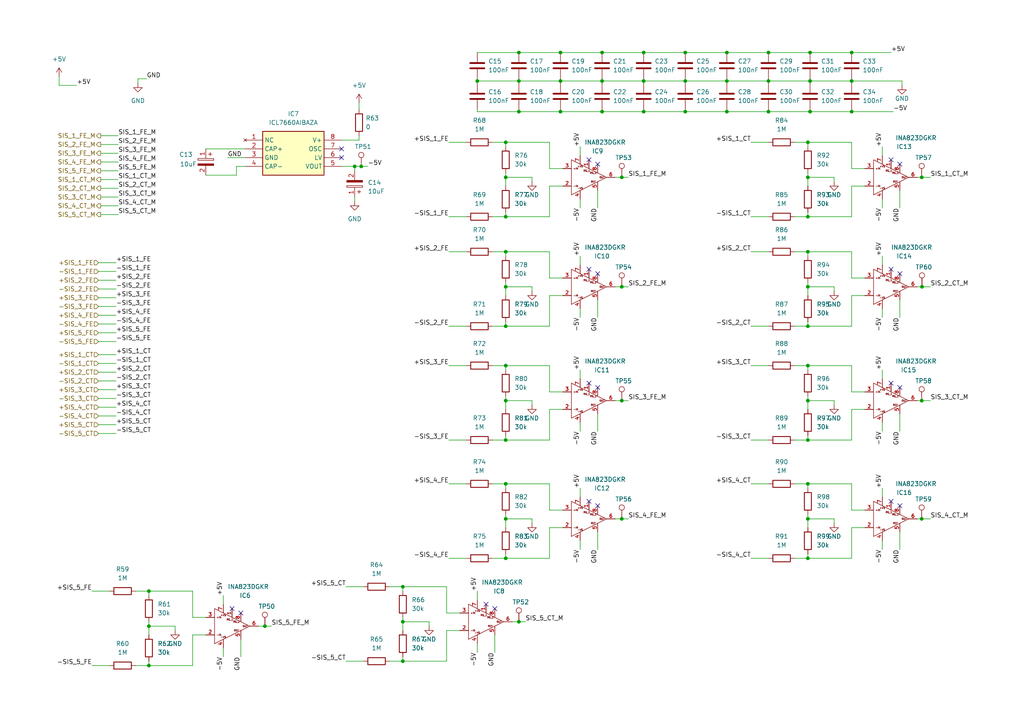
<source format=kicad_sch>
(kicad_sch (version 20211123) (generator eeschema)
  (paper "A4")
  (title_block (title "SAL/T") (date "2024-04-12") (rev "1.4") (company "Universidad de Buenos Aires") (comment 1 "Revisor: Adrian Laiuppa") (comment 2 "Autor: Martín Anús") (comment 3 "Placa principal"))
  (junction (at 234.315 62.865))
  (junction (at 162.56 23.495))
  (junction (at 43.18 181.61))
  (junction (at 180.34 83.185))
  (junction (at 222.885 23.495))
  (junction (at 234.95 15.24))
  (junction (at 210.82 23.495))
  (junction (at 180.34 51.435))
  (junction (at 116.84 191.77))
  (junction (at 234.315 41.275))
  (junction (at 146.685 73.025))
  (junction (at 146.685 127.635))
  (junction (at 234.95 32.385))
  (junction (at 247.015 23.495))
  (junction (at 162.56 15.24))
  (junction (at 146.685 83.185))
  (junction (at 210.82 15.24))
  (junction (at 138.43 23.495))
  (junction (at 198.755 23.495))
  (junction (at 198.755 15.24))
  (junction (at 234.315 51.435))
  (junction (at 234.315 106.045))
  (junction (at 247.015 32.385))
  (junction (at 247.015 15.24))
  (junction (at 146.685 62.865))
  (junction (at 186.69 32.385))
  (junction (at 198.755 32.385))
  (junction (at 234.315 127.635))
  (junction (at 150.495 180.34))
  (junction (at 150.495 23.495))
  (junction (at 267.335 51.435))
  (junction (at 234.315 73.025))
  (junction (at 43.18 193.04))
  (junction (at 234.95 23.495))
  (junction (at 146.685 150.495))
  (junction (at 267.335 150.495))
  (junction (at 146.685 140.335))
  (junction (at 150.495 15.24))
  (junction (at 210.82 32.385))
  (junction (at 146.685 116.205))
  (junction (at 234.315 94.615))
  (junction (at 267.4128 83.185))
  (junction (at 43.18 171.45))
  (junction (at 162.56 32.385))
  (junction (at 234.315 161.925))
  (junction (at 146.685 106.045))
  (junction (at 104.775 48.26))
  (junction (at 146.685 161.925))
  (junction (at 150.495 32.385))
  (junction (at 222.885 15.24))
  (junction (at 267.335 116.205))
  (junction (at 180.34 150.495))
  (junction (at 146.685 41.275))
  (junction (at 76.835 181.61))
  (junction (at 102.87 48.26))
  (junction (at 180.34 116.205))
  (junction (at 146.685 94.615))
  (junction (at 234.315 140.335))
  (junction (at 174.625 15.24))
  (junction (at 146.685 51.435))
  (junction (at 234.315 150.495))
  (junction (at 234.315 83.185))
  (junction (at 222.885 32.385))
  (junction (at 174.625 23.495))
  (junction (at 116.84 170.18))
  (junction (at 174.625 32.385))
  (junction (at 186.69 23.495))
  (junction (at 234.315 116.205))
  (junction (at 186.69 15.24))
  (junction (at 116.84 180.34))
  (no_connect (at 170.815 78.105))
  (no_connect (at 260.985 112.395))
  (no_connect (at 170.815 145.415))
  (no_connect (at 258.445 111.125))
  (no_connect (at 140.97 175.26))
  (no_connect (at 170.815 46.355))
  (no_connect (at 170.815 111.125))
  (no_connect (at 99.06 43.18))
  (no_connect (at 69.85 177.8))
  (no_connect (at 173.355 47.625))
  (no_connect (at 258.445 46.355))
  (no_connect (at 99.06 45.72))
  (no_connect (at 260.985 146.685))
  (no_connect (at 173.355 146.685))
  (no_connect (at 67.31 176.53))
  (no_connect (at 173.355 79.375))
  (no_connect (at 260.985 79.375))
  (no_connect (at 143.51 176.53))
  (no_connect (at 258.445 78.105))
  (no_connect (at 258.445 145.415))
  (no_connect (at 260.985 47.625))
  (no_connect (at 173.355 112.395))
  (wire (pts (xy 39.37 171.45) (xy 43.18 171.45)))
  (wire (pts (xy 130.175 140.335) (xy 135.255 140.335)))
  (wire (pts (xy 113.03 191.77) (xy 116.84 191.77)))
  (wire (pts (xy 180.34 150.495) (xy 182.245 150.495)))
  (wire (pts (xy 234.315 73.025) (xy 247.015 73.025)))
  (wire (pts (xy 17.145 22.225) (xy 17.145 24.765)))
  (wire (pts (xy 162.56 31.75) (xy 162.56 32.385)))
  (wire (pts (xy 234.315 150.495) (xy 234.315 153.035)))
  (wire (pts (xy 59.69 43.18) (xy 71.12 43.18)))
  (wire (pts (xy 146.685 150.495) (xy 154.305 150.495)))
  (wire (pts (xy 198.755 32.385) (xy 210.82 32.385)))
  (wire (pts (xy 142.875 127.635) (xy 146.685 127.635)))
  (wire (pts (xy 255.905 45.085) (xy 255.905 42.545)))
  (wire (pts (xy 146.685 116.205) (xy 146.685 118.745)))
  (wire (pts (xy 150.495 180.34) (xy 152.4 180.34)))
  (wire (pts (xy 260.985 86.995) (xy 260.985 92.075)))
  (wire (pts (xy 222.885 32.385) (xy 234.95 32.385)))
  (wire (pts (xy 146.685 116.205) (xy 154.305 116.205)))
  (wire (pts (xy 250.825 48.895) (xy 247.015 48.895)))
  (wire (pts (xy 255.905 144.145) (xy 255.905 141.605)))
  (wire (pts (xy 266.065 83.185) (xy 267.4128 83.185)))
  (wire (pts (xy 230.505 94.615) (xy 234.315 94.615)))
  (wire (pts (xy 26.67 171.45) (xy 31.75 171.45)))
  (wire (pts (xy 159.385 48.895) (xy 159.385 41.275)))
  (wire (pts (xy 146.685 41.275) (xy 159.385 41.275)))
  (wire (pts (xy 168.275 122.555) (xy 168.275 125.095)))
  (wire (pts (xy 247.015 153.035) (xy 247.015 161.925)))
  (wire (pts (xy 247.015 32.385) (xy 259.08 32.385)))
  (wire (pts (xy 178.435 83.185) (xy 180.34 83.185)))
  (wire (pts (xy 28.575 93.98) (xy 33.655 93.98)))
  (wire (pts (xy 198.755 31.75) (xy 198.755 32.385)))
  (wire (pts (xy 210.82 22.86) (xy 210.82 23.495)))
  (wire (pts (xy 247.015 31.75) (xy 247.015 32.385)))
  (wire (pts (xy 28.575 123.19) (xy 33.655 123.19)))
  (wire (pts (xy 247.015 23.495) (xy 261.62 23.495)))
  (wire (pts (xy 55.88 179.07) (xy 55.88 171.45)))
  (wire (pts (xy 168.275 45.085) (xy 168.275 42.545)))
  (wire (pts (xy 163.195 80.645) (xy 159.385 80.645)))
  (wire (pts (xy 250.825 80.645) (xy 247.015 80.645)))
  (wire (pts (xy 104.14 29.845) (xy 104.14 31.75)))
  (wire (pts (xy 174.625 23.495) (xy 186.69 23.495)))
  (wire (pts (xy 130.175 106.045) (xy 135.255 106.045)))
  (wire (pts (xy 234.95 23.495) (xy 234.95 24.13)))
  (wire (pts (xy 159.385 147.955) (xy 159.385 140.335)))
  (wire (pts (xy 250.825 147.955) (xy 247.015 147.955)))
  (wire (pts (xy 64.77 187.96) (xy 64.77 190.5)))
  (wire (pts (xy 234.315 93.345) (xy 234.315 94.615)))
  (wire (pts (xy 40.005 22.86) (xy 42.545 22.86)))
  (wire (pts (xy 130.175 73.025) (xy 135.255 73.025)))
  (wire (pts (xy 247.015 118.745) (xy 247.015 127.635)))
  (wire (pts (xy 163.195 113.665) (xy 159.385 113.665)))
  (wire (pts (xy 43.18 181.61) (xy 43.18 184.15)))
  (wire (pts (xy 28.575 91.44) (xy 33.655 91.44)))
  (wire (pts (xy 17.145 24.765) (xy 22.225 24.765)))
  (wire (pts (xy 162.56 32.385) (xy 174.625 32.385)))
  (wire (pts (xy 217.805 140.335) (xy 222.885 140.335)))
  (wire (pts (xy 180.34 116.205) (xy 182.245 116.205)))
  (wire (pts (xy 69.85 185.42) (xy 69.85 190.5)))
  (wire (pts (xy 138.43 173.99) (xy 138.43 171.45)))
  (wire (pts (xy 39.37 193.04) (xy 43.18 193.04)))
  (wire (pts (xy 146.685 150.495) (xy 146.685 153.035)))
  (wire (pts (xy 146.685 50.165) (xy 146.685 51.435)))
  (wire (pts (xy 222.885 15.24) (xy 234.95 15.24)))
  (wire (pts (xy 173.355 86.995) (xy 173.355 92.075)))
  (wire (pts (xy 104.775 48.26) (xy 106.68 48.26)))
  (wire (pts (xy 267.335 116.205) (xy 269.875 116.205)))
  (wire (pts (xy 28.575 107.95) (xy 33.655 107.95)))
  (wire (pts (xy 59.69 179.07) (xy 55.88 179.07)))
  (wire (pts (xy 59.69 50.8) (xy 68.58 50.8)))
  (wire (pts (xy 234.315 51.435) (xy 234.315 53.975)))
  (wire (pts (xy 234.95 23.495) (xy 247.015 23.495)))
  (wire (pts (xy 174.625 22.86) (xy 174.625 23.495)))
  (wire (pts (xy 29.21 59.69) (xy 34.29 59.69)))
  (wire (pts (xy 255.905 89.535) (xy 255.905 92.075)))
  (wire (pts (xy 186.69 22.86) (xy 186.69 23.495)))
  (wire (pts (xy 29.21 39.37) (xy 34.29 39.37)))
  (wire (pts (xy 138.43 31.75) (xy 138.43 32.385)))
  (wire (pts (xy 234.315 106.045) (xy 247.015 106.045)))
  (wire (pts (xy 255.905 156.845) (xy 255.905 159.385)))
  (wire (pts (xy 68.58 48.26) (xy 71.12 48.26)))
  (wire (pts (xy 234.315 150.495) (xy 241.935 150.495)))
  (wire (pts (xy 234.315 116.205) (xy 241.935 116.205)))
  (wire (pts (xy 260.985 55.245) (xy 260.985 60.325)))
  (wire (pts (xy 266.065 116.205) (xy 267.335 116.205)))
  (wire (pts (xy 234.315 51.435) (xy 241.935 51.435)))
  (wire (pts (xy 28.575 113.03) (xy 33.655 113.03)))
  (wire (pts (xy 28.575 115.57) (xy 33.655 115.57)))
  (wire (pts (xy 234.315 107.315) (xy 234.315 106.045)))
  (wire (pts (xy 142.875 161.925) (xy 146.685 161.925)))
  (wire (pts (xy 230.505 127.635) (xy 234.315 127.635)))
  (wire (pts (xy 178.435 150.495) (xy 180.34 150.495)))
  (wire (pts (xy 255.905 57.785) (xy 255.905 60.325)))
  (wire (pts (xy 159.385 153.035) (xy 159.385 161.925)))
  (wire (pts (xy 146.685 73.025) (xy 159.385 73.025)))
  (wire (pts (xy 146.685 51.435) (xy 154.305 51.435)))
  (wire (pts (xy 28.575 83.82) (xy 33.655 83.82)))
  (wire (pts (xy 28.575 76.2) (xy 33.655 76.2)))
  (wire (pts (xy 163.195 85.725) (xy 159.385 85.725)))
  (wire (pts (xy 116.84 171.45) (xy 116.84 170.18)))
  (wire (pts (xy 28.575 110.49) (xy 33.655 110.49)))
  (wire (pts (xy 74.93 181.61) (xy 76.835 181.61)))
  (wire (pts (xy 29.21 44.45) (xy 34.29 44.45)))
  (wire (pts (xy 173.355 120.015) (xy 173.355 125.095)))
  (wire (pts (xy 222.885 23.495) (xy 222.885 24.13)))
  (wire (pts (xy 210.82 32.385) (xy 222.885 32.385)))
  (wire (pts (xy 234.95 31.75) (xy 234.95 32.385)))
  (wire (pts (xy 154.305 52.705) (xy 154.305 51.435)))
  (wire (pts (xy 168.275 76.835) (xy 168.275 74.295)))
  (wire (pts (xy 146.685 107.315) (xy 146.685 106.045)))
  (wire (pts (xy 130.175 41.275) (xy 135.255 41.275)))
  (wire (pts (xy 146.685 94.615) (xy 159.385 94.615)))
  (wire (pts (xy 146.685 93.345) (xy 146.685 94.615)))
  (wire (pts (xy 133.35 182.88) (xy 129.54 182.88)))
  (wire (pts (xy 64.77 175.26) (xy 64.77 172.72)))
  (wire (pts (xy 154.305 151.765) (xy 154.305 150.495)))
  (wire (pts (xy 29.21 62.23) (xy 34.29 62.23)))
  (wire (pts (xy 230.505 73.025) (xy 234.315 73.025)))
  (wire (pts (xy 28.575 81.28) (xy 33.655 81.28)))
  (wire (pts (xy 43.18 180.34) (xy 43.18 181.61)))
  (wire (pts (xy 28.575 105.41) (xy 33.655 105.41)))
  (wire (pts (xy 28.575 125.73) (xy 33.655 125.73)))
  (wire (pts (xy 43.18 171.45) (xy 55.88 171.45)))
  (wire (pts (xy 28.575 88.9) (xy 33.655 88.9)))
  (wire (pts (xy 261.62 23.495) (xy 261.62 24.765)))
  (wire (pts (xy 168.275 109.855) (xy 168.275 107.315)))
  (wire (pts (xy 55.88 184.15) (xy 55.88 193.04)))
  (wire (pts (xy 260.985 154.305) (xy 260.985 159.385)))
  (wire (pts (xy 28.575 118.11) (xy 33.655 118.11)))
  (wire (pts (xy 234.315 126.365) (xy 234.315 127.635)))
  (wire (pts (xy 102.87 48.26) (xy 104.775 48.26)))
  (wire (pts (xy 234.95 32.385) (xy 247.015 32.385)))
  (wire (pts (xy 142.875 140.335) (xy 146.685 140.335)))
  (wire (pts (xy 28.575 78.74) (xy 33.655 78.74)))
  (wire (pts (xy 124.46 181.61) (xy 124.46 180.34)))
  (wire (pts (xy 230.505 161.925) (xy 234.315 161.925)))
  (wire (pts (xy 241.935 84.455) (xy 241.935 83.185)))
  (wire (pts (xy 234.315 149.225) (xy 234.315 150.495)))
  (wire (pts (xy 162.56 23.495) (xy 174.625 23.495)))
  (wire (pts (xy 217.805 127.635) (xy 222.885 127.635)))
  (wire (pts (xy 102.87 48.26) (xy 102.87 49.53)))
  (wire (pts (xy 102.87 57.15) (xy 102.87 58.42)))
  (wire (pts (xy 43.18 181.61) (xy 50.8 181.61)))
  (wire (pts (xy 247.015 48.895) (xy 247.015 41.275)))
  (wire (pts (xy 241.935 151.765) (xy 241.935 150.495)))
  (wire (pts (xy 163.195 48.895) (xy 159.385 48.895)))
  (wire (pts (xy 198.755 23.495) (xy 198.755 24.13)))
  (wire (pts (xy 260.985 120.015) (xy 260.985 125.095)))
  (wire (pts (xy 43.18 172.72) (xy 43.18 171.45)))
  (wire (pts (xy 217.805 62.865) (xy 222.885 62.865)))
  (wire (pts (xy 174.625 23.495) (xy 174.625 24.13)))
  (wire (pts (xy 130.175 127.635) (xy 135.255 127.635)))
  (wire (pts (xy 28.575 86.36) (xy 33.655 86.36)))
  (wire (pts (xy 186.69 32.385) (xy 198.755 32.385)))
  (wire (pts (xy 29.21 49.53) (xy 34.29 49.53)))
  (wire (pts (xy 180.34 83.185) (xy 182.245 83.185)))
  (wire (pts (xy 138.43 23.495) (xy 150.495 23.495)))
  (wire (pts (xy 250.825 53.975) (xy 247.015 53.975)))
  (wire (pts (xy 186.69 23.495) (xy 198.755 23.495)))
  (wire (pts (xy 28.575 96.52) (xy 33.655 96.52)))
  (wire (pts (xy 129.54 182.88) (xy 129.54 191.77)))
  (wire (pts (xy 163.195 118.745) (xy 159.385 118.745)))
  (wire (pts (xy 210.82 31.75) (xy 210.82 32.385)))
  (wire (pts (xy 163.195 153.035) (xy 159.385 153.035)))
  (wire (pts (xy 250.825 113.665) (xy 247.015 113.665)))
  (wire (pts (xy 234.315 141.605) (xy 234.315 140.335)))
  (wire (pts (xy 142.875 94.615) (xy 146.685 94.615)))
  (wire (pts (xy 50.8 182.88) (xy 50.8 181.61)))
  (wire (pts (xy 250.825 153.035) (xy 247.015 153.035)))
  (wire (pts (xy 234.315 160.655) (xy 234.315 161.925)))
  (wire (pts (xy 129.54 177.8) (xy 129.54 170.18)))
  (wire (pts (xy 150.495 31.75) (xy 150.495 32.385)))
  (wire (pts (xy 162.56 22.86) (xy 162.56 23.495)))
  (wire (pts (xy 146.685 51.435) (xy 146.685 53.975)))
  (wire (pts (xy 148.59 180.34) (xy 150.495 180.34)))
  (wire (pts (xy 146.685 140.335) (xy 159.385 140.335)))
  (wire (pts (xy 250.825 85.725) (xy 247.015 85.725)))
  (wire (pts (xy 222.885 23.495) (xy 234.95 23.495)))
  (wire (pts (xy 116.84 180.34) (xy 124.46 180.34)))
  (wire (pts (xy 116.84 191.77) (xy 129.54 191.77)))
  (wire (pts (xy 247.015 147.955) (xy 247.015 140.335)))
  (wire (pts (xy 168.275 57.785) (xy 168.275 60.325)))
  (wire (pts (xy 247.015 80.645) (xy 247.015 73.025)))
  (wire (pts (xy 150.495 23.495) (xy 162.56 23.495)))
  (wire (pts (xy 230.505 140.335) (xy 234.315 140.335)))
  (wire (pts (xy 29.21 57.15) (xy 34.29 57.15)))
  (wire (pts (xy 234.315 81.915) (xy 234.315 83.185)))
  (wire (pts (xy 142.875 73.025) (xy 146.685 73.025)))
  (wire (pts (xy 234.315 161.925) (xy 247.015 161.925)))
  (wire (pts (xy 234.315 83.185) (xy 241.935 83.185)))
  (wire (pts (xy 116.84 190.5) (xy 116.84 191.77)))
  (wire (pts (xy 247.015 15.24) (xy 258.445 15.24)))
  (wire (pts (xy 146.685 62.865) (xy 159.385 62.865)))
  (wire (pts (xy 59.69 184.15) (xy 55.88 184.15)))
  (wire (pts (xy 163.195 147.955) (xy 159.385 147.955)))
  (wire (pts (xy 150.495 22.86) (xy 150.495 23.495)))
  (wire (pts (xy 138.43 22.86) (xy 138.43 23.495)))
  (wire (pts (xy 255.905 109.855) (xy 255.905 107.315)))
  (wire (pts (xy 174.625 15.24) (xy 186.69 15.24)))
  (wire (pts (xy 186.69 15.24) (xy 198.755 15.24)))
  (wire (pts (xy 234.315 61.595) (xy 234.315 62.865)))
  (wire (pts (xy 234.315 42.545) (xy 234.315 41.275)))
  (wire (pts (xy 198.755 23.495) (xy 210.82 23.495)))
  (wire (pts (xy 28.575 120.65) (xy 33.655 120.65)))
  (wire (pts (xy 168.275 156.845) (xy 168.275 159.385)))
  (wire (pts (xy 142.875 41.275) (xy 146.685 41.275)))
  (wire (pts (xy 130.175 161.925) (xy 135.255 161.925)))
  (wire (pts (xy 100.33 191.77) (xy 105.41 191.77)))
  (wire (pts (xy 222.885 22.86) (xy 222.885 23.495)))
  (wire (pts (xy 173.355 55.245) (xy 173.355 60.325)))
  (wire (pts (xy 116.84 180.34) (xy 116.84 182.88)))
  (wire (pts (xy 159.385 118.745) (xy 159.385 127.635)))
  (wire (pts (xy 234.315 83.185) (xy 234.315 85.725)))
  (wire (pts (xy 146.685 83.185) (xy 154.305 83.185)))
  (wire (pts (xy 241.935 52.705) (xy 241.935 51.435)))
  (wire (pts (xy 234.315 140.335) (xy 247.015 140.335)))
  (wire (pts (xy 186.69 31.75) (xy 186.69 32.385)))
  (wire (pts (xy 234.95 15.24) (xy 247.015 15.24)))
  (wire (pts (xy 99.06 40.64) (xy 104.14 40.64)))
  (wire (pts (xy 116.84 179.07) (xy 116.84 180.34)))
  (wire (pts (xy 210.82 15.24) (xy 222.885 15.24)))
  (wire (pts (xy 198.755 22.86) (xy 198.755 23.495)))
  (wire (pts (xy 217.805 94.615) (xy 222.885 94.615)))
  (wire (pts (xy 154.305 117.475) (xy 154.305 116.205)))
  (wire (pts (xy 217.805 106.045) (xy 222.885 106.045)))
  (wire (pts (xy 247.015 22.86) (xy 247.015 23.495)))
  (wire (pts (xy 28.575 99.06) (xy 33.655 99.06)))
  (wire (pts (xy 230.505 62.865) (xy 234.315 62.865)))
  (wire (pts (xy 234.95 22.86) (xy 234.95 23.495)))
  (wire (pts (xy 138.43 15.24) (xy 150.495 15.24)))
  (wire (pts (xy 28.575 102.87) (xy 33.655 102.87)))
  (wire (pts (xy 142.875 62.865) (xy 146.685 62.865)))
  (wire (pts (xy 267.335 150.495) (xy 269.875 150.495)))
  (wire (pts (xy 159.385 53.975) (xy 159.385 62.865)))
  (wire (pts (xy 266.065 150.495) (xy 267.335 150.495)))
  (wire (pts (xy 138.43 32.385) (xy 150.495 32.385)))
  (wire (pts (xy 71.12 45.72) (xy 66.04 45.72)))
  (wire (pts (xy 146.685 83.185) (xy 146.685 85.725)))
  (wire (pts (xy 159.385 113.665) (xy 159.385 106.045)))
  (wire (pts (xy 29.21 46.99) (xy 34.29 46.99)))
  (wire (pts (xy 234.315 74.295) (xy 234.315 73.025)))
  (wire (pts (xy 174.625 31.75) (xy 174.625 32.385)))
  (wire (pts (xy 210.82 23.495) (xy 222.885 23.495)))
  (wire (pts (xy 255.905 76.835) (xy 255.905 74.295)))
  (wire (pts (xy 234.315 127.635) (xy 247.015 127.635)))
  (wire (pts (xy 266.065 51.435) (xy 267.335 51.435)))
  (wire (pts (xy 104.14 39.37) (xy 104.14 40.64)))
  (wire (pts (xy 150.495 23.495) (xy 150.495 24.13)))
  (wire (pts (xy 159.385 80.645) (xy 159.385 73.025)))
  (wire (pts (xy 234.315 41.275) (xy 247.015 41.275)))
  (wire (pts (xy 76.835 181.61) (xy 78.74 181.61)))
  (wire (pts (xy 146.685 114.935) (xy 146.685 116.205)))
  (wire (pts (xy 162.56 15.24) (xy 174.625 15.24)))
  (wire (pts (xy 250.825 118.745) (xy 247.015 118.745)))
  (wire (pts (xy 178.435 51.435) (xy 180.34 51.435)))
  (wire (pts (xy 267.4128 83.185) (xy 269.875 83.185)))
  (wire (pts (xy 142.875 106.045) (xy 146.685 106.045)))
  (wire (pts (xy 138.43 23.495) (xy 138.43 24.13)))
  (wire (pts (xy 29.21 52.07) (xy 34.29 52.07)))
  (wire (pts (xy 198.755 15.24) (xy 210.82 15.24)))
  (wire (pts (xy 146.685 106.045) (xy 159.385 106.045)))
  (wire (pts (xy 186.69 23.495) (xy 186.69 24.13)))
  (wire (pts (xy 100.33 170.18) (xy 105.41 170.18)))
  (wire (pts (xy 241.935 117.475) (xy 241.935 116.205)))
  (wire (pts (xy 146.685 149.225) (xy 146.685 150.495)))
  (wire (pts (xy 234.315 114.935) (xy 234.315 116.205)))
  (wire (pts (xy 210.82 23.495) (xy 210.82 24.13)))
  (wire (pts (xy 146.685 42.545) (xy 146.685 41.275)))
  (wire (pts (xy 174.625 32.385) (xy 186.69 32.385)))
  (wire (pts (xy 29.21 41.91) (xy 34.29 41.91)))
  (wire (pts (xy 217.805 161.925) (xy 222.885 161.925)))
  (wire (pts (xy 146.685 74.295) (xy 146.685 73.025)))
  (wire (pts (xy 162.56 23.495) (xy 162.56 24.13)))
  (wire (pts (xy 113.03 170.18) (xy 116.84 170.18)))
  (wire (pts (xy 130.175 94.615) (xy 135.255 94.615)))
  (wire (pts (xy 133.35 177.8) (xy 129.54 177.8)))
  (wire (pts (xy 222.885 31.75) (xy 222.885 32.385)))
  (wire (pts (xy 247.015 23.495) (xy 247.015 24.13)))
  (wire (pts (xy 168.275 89.535) (xy 168.275 92.075)))
  (wire (pts (xy 234.315 50.165) (xy 234.315 51.435)))
  (wire (pts (xy 267.335 51.435) (xy 269.875 51.435)))
  (wire (pts (xy 68.58 50.8) (xy 68.58 48.26)))
  (wire (pts (xy 163.195 53.975) (xy 159.385 53.975)))
  (wire (pts (xy 130.175 62.865) (xy 135.255 62.865)))
  (wire (pts (xy 159.385 85.725) (xy 159.385 94.615)))
  (wire (pts (xy 247.015 85.725) (xy 247.015 94.615)))
  (wire (pts (xy 173.355 154.305) (xy 173.355 159.385)))
  (wire (pts (xy 40.005 24.13) (xy 40.005 22.86)))
  (wire (pts (xy 146.685 161.925) (xy 159.385 161.925)))
  (wire (pts (xy 150.495 15.24) (xy 162.56 15.24)))
  (wire (pts (xy 26.67 193.04) (xy 31.75 193.04)))
  (wire (pts (xy 43.18 191.77) (xy 43.18 193.04)))
  (wire (pts (xy 247.015 53.975) (xy 247.015 62.865)))
  (wire (pts (xy 217.805 41.275) (xy 222.885 41.275)))
  (wire (pts (xy 146.685 61.595) (xy 146.685 62.865)))
  (wire (pts (xy 150.495 32.385) (xy 162.56 32.385)))
  (wire (pts (xy 180.34 51.435) (xy 182.245 51.435)))
  (wire (pts (xy 29.21 54.61) (xy 34.29 54.61)))
  (wire (pts (xy 230.505 106.045) (xy 234.315 106.045)))
  (wire (pts (xy 116.84 170.18) (xy 129.54 170.18)))
  (wire (pts (xy 230.505 41.275) (xy 234.315 41.275)))
  (wire (pts (xy 138.43 186.69) (xy 138.43 189.23)))
  (wire (pts (xy 146.685 81.915) (xy 146.685 83.185)))
  (wire (pts (xy 255.905 122.555) (xy 255.905 125.095)))
  (wire (pts (xy 217.805 73.025) (xy 222.885 73.025)))
  (wire (pts (xy 178.435 116.205) (xy 180.34 116.205)))
  (wire (pts (xy 146.685 160.655) (xy 146.685 161.925)))
  (wire (pts (xy 143.51 184.15) (xy 143.51 189.23)))
  (wire (pts (xy 234.315 116.205) (xy 234.315 118.745)))
  (wire (pts (xy 154.305 84.455) (xy 154.305 83.185)))
  (wire (pts (xy 168.275 144.145) (xy 168.275 141.605)))
  (wire (pts (xy 234.315 94.615) (xy 247.015 94.615)))
  (wire (pts (xy 146.685 127.635) (xy 159.385 127.635)))
  (wire (pts (xy 43.18 193.04) (xy 55.88 193.04)))
  (wire (pts (xy 247.015 113.665) (xy 247.015 106.045)))
  (wire (pts (xy 99.06 48.26) (xy 102.87 48.26)))
  (wire (pts (xy 146.685 141.605) (xy 146.685 140.335)))
  (wire (pts (xy 234.315 62.865) (xy 247.015 62.865)))
  (wire (pts (xy 146.685 126.365) (xy 146.685 127.635)))
  (label "-5V" (at 168.275 92.075 270))
  (label "SIS_2_FE_M" (at 182.245 83.185 0))
  (label "+SIS_4_CT" (at 217.805 140.335 180))
  (label "-SIS_2_FE" (at 130.175 94.615 180))
  (label "-SIS_1_CT" (at 33.655 105.41 0))
  (label "+SIS_1_CT" (at 217.805 41.275 180))
  (label "-5V" (at 138.43 189.23 270))
  (label "SIS_5_CT_M" (at 34.29 62.23 0))
  (label "+SIS_2_FE" (at 130.175 73.025 180))
  (label "-SIS_5_FE" (at 33.655 99.06 0))
  (label "+5V" (at 255.905 141.605 90))
  (label "GND" (at 260.985 92.075 270))
  (label "-5V" (at 259.08 32.385 0))
  (label "+SIS_1_FE" (at 33.655 76.2 0))
  (label "SIS_4_FE_M" (at 182.245 150.495 0))
  (label "+5V" (at 138.43 171.45 90))
  (label "-5V" (at 255.905 92.075 270))
  (label "-SIS_2_CT" (at 33.655 110.49 0))
  (label "SIS_4_FE_M" (at 34.29 46.99 0))
  (label "+SIS_2_CT" (at 33.655 107.95 0))
  (label "-SIS_1_CT" (at 217.805 62.865 180))
  (label "+SIS_5_CT" (at 33.655 123.19 0))
  (label "SIS_1_CT_M" (at 269.875 51.435 0))
  (label "+5V" (at 168.275 107.315 90))
  (label "-SIS_3_FE" (at 130.175 127.635 180))
  (label "+SIS_1_FE" (at 130.175 41.275 180))
  (label "+5V" (at 22.225 24.765 0))
  (label "+SIS_4_FE" (at 130.175 140.335 180))
  (label "GND" (at 260.985 125.095 270))
  (label "SIS_3_FE_M" (at 34.29 44.45 0))
  (label "SIS_4_CT_M" (at 269.875 150.495 0))
  (label "SIS_2_CT_M" (at 269.875 83.185 0))
  (label "+SIS_5_FE" (at 33.655 96.52 0))
  (label "-SIS_5_CT" (at 100.33 191.77 180))
  (label "-SIS_4_FE" (at 130.175 161.925 180))
  (label "GND" (at 143.51 189.23 270))
  (label "-5V" (at 168.275 125.095 270))
  (label "+SIS_4_CT" (at 33.655 118.11 0))
  (label "-SIS_4_CT" (at 33.655 120.65 0))
  (label "-5V" (at 255.905 159.385 270))
  (label "-SIS_2_FE" (at 33.655 83.82 0))
  (label "+5V" (at 64.77 172.72 90))
  (label "SIS_5_FE_M" (at 34.29 49.53 0))
  (label "GND" (at 173.355 159.385 270))
  (label "-SIS_3_CT" (at 33.655 115.57 0))
  (label "+5V" (at 258.445 15.24 0))
  (label "+SIS_3_FE" (at 33.655 86.36 0))
  (label "SIS_5_CT_M" (at 152.4 180.34 0))
  (label "-5V" (at 106.68 48.26 0))
  (label "GND" (at 260.985 60.325 270))
  (label "+SIS_5_FE" (at 26.67 171.45 180))
  (label "GND" (at 69.85 190.5 270))
  (label "+SIS_3_CT" (at 33.655 113.03 0))
  (label "-SIS_5_CT" (at 33.655 125.73 0))
  (label "+SIS_4_FE" (at 33.655 91.44 0))
  (label "+5V" (at 168.275 74.295 90))
  (label "SIS_4_CT_M" (at 34.29 59.69 0))
  (label "-SIS_1_FE" (at 130.175 62.865 180))
  (label "GND" (at 173.355 60.325 270))
  (label "SIS_5_FE_M" (at 78.74 181.61 0))
  (label "SIS_1_CT_M" (at 34.29 52.07 0))
  (label "-5V" (at 64.77 190.5 270))
  (label "+5V" (at 255.905 42.545 90))
  (label "-5V" (at 255.905 60.325 270))
  (label "+5V" (at 255.905 74.295 90))
  (label "-SIS_1_FE" (at 33.655 78.74 0))
  (label "-SIS_3_CT" (at 217.805 127.635 180))
  (label "GND" (at 173.355 125.095 270))
  (label "+SIS_3_CT" (at 217.805 106.045 180))
  (label "SIS_3_FE_M" (at 182.245 116.205 0))
  (label "GND" (at 66.04 45.72 0))
  (label "-5V" (at 255.905 125.095 270))
  (label "-SIS_3_FE" (at 33.655 88.9 0))
  (label "-SIS_4_FE" (at 33.655 93.98 0))
  (label "+SIS_5_CT" (at 100.33 170.18 180))
  (label "SIS_2_FE_M" (at 34.29 41.91 0))
  (label "SIS_1_FE_M" (at 34.29 39.37 0))
  (label "SIS_3_CT_M" (at 34.29 57.15 0))
  (label "+SIS_2_CT" (at 217.805 73.025 180))
  (label "-SIS_5_FE" (at 26.67 193.04 180))
  (label "+SIS_3_FE" (at 130.175 106.045 180))
  (label "+5V" (at 168.275 141.605 90))
  (label "SIS_3_CT_M" (at 269.875 116.205 0))
  (label "-5V" (at 168.275 60.325 270))
  (label "-5V" (at 168.275 159.385 270))
  (label "SIS_2_CT_M" (at 34.29 54.61 0))
  (label "-SIS_2_CT" (at 217.805 94.615 180))
  (label "+5V" (at 168.275 42.545 90))
  (label "GND" (at 260.985 159.385 270))
  (label "+5V" (at 255.905 107.315 90))
  (label "SIS_1_FE_M" (at 182.245 51.435 0))
  (label "-SIS_4_CT" (at 217.805 161.925 180))
  (label "GND" (at 42.545 22.86 0))
  (label "+SIS_2_FE" (at 33.655 81.28 0))
  (label "+SIS_1_CT" (at 33.655 102.87 0))
  (label "GND" (at 173.355 92.075 270))
  (hierarchical_label "SIS_4_CT_M" (shape output) (at 29.21 59.69 180))
  (hierarchical_label "-SIS_5_CT" (shape input) (at 28.575 125.73 180))
  (hierarchical_label "-SIS_4_FE" (shape input) (at 28.575 93.98 180))
  (hierarchical_label "+SIS_5_FE" (shape input) (at 28.575 96.52 180))
  (hierarchical_label "+SIS_2_FE" (shape input) (at 28.575 81.28 180))
  (hierarchical_label "-SIS_1_FE" (shape input) (at 28.575 78.74 180))
  (hierarchical_label "SIS_1_FE_M" (shape output) (at 29.21 39.37 180))
  (hierarchical_label "SIS_5_CT_M" (shape output) (at 29.21 62.23 180))
  (hierarchical_label "+SIS_2_CT" (shape input) (at 28.575 107.95 180))
  (hierarchical_label "SIS_3_FE_M" (shape output) (at 29.21 44.45 180))
  (hierarchical_label "-SIS_2_CT" (shape input) (at 28.575 110.49 180))
  (hierarchical_label "+SIS_4_CT" (shape input) (at 28.575 118.11 180))
  (hierarchical_label "+SIS_3_FE" (shape input) (at 28.575 86.36 180))
  (hierarchical_label "-SIS_5_FE" (shape input) (at 28.575 99.06 180))
  (hierarchical_label "+SIS_3_CT" (shape input) (at 28.575 113.03 180))
  (hierarchical_label "-SIS_2_FE" (shape input) (at 28.575 83.82 180))
  (hierarchical_label "SIS_2_FE_M" (shape output) (at 29.21 41.91 180))
  (hierarchical_label "-SIS_4_CT" (shape input) (at 28.575 120.65 180))
  (hierarchical_label "+SIS_1_CT" (shape input) (at 28.575 102.87 180))
  (hierarchical_label "SIS_3_CT_M" (shape output) (at 29.21 57.15 180))
  (hierarchical_label "SIS_2_CT_M" (shape output) (at 29.21 54.61 180))
  (hierarchical_label "+SIS_1_FE" (shape input) (at 28.575 76.2 180))
  (hierarchical_label "-SIS_3_CT" (shape input) (at 28.575 115.57 180))
  (hierarchical_label "SIS_5_FE_M" (shape output) (at 29.21 49.53 180))
  (hierarchical_label "+SIS_5_CT" (shape input) (at 28.575 123.19 180))
  (hierarchical_label "-SIS_1_CT" (shape input) (at 28.575 105.41 180))
  (hierarchical_label "-SIS_3_FE" (shape input) (at 28.575 88.9 180))
  (hierarchical_label "SIS_1_CT_M" (shape output) (at 29.21 52.07 180))
  (hierarchical_label "SIS_4_FE_M" (shape output) (at 29.21 46.99 180))
  (hierarchical_label "+SIS_4_FE" (shape input) (at 28.575 91.44 180))
  (symbol (lib_id "power:+5V") (at 17.145 22.225 0) (unit 1)
    (property "Reference" "#PWR055" (effects hide))
    (property "Value" "+5V" (at 17.145 17.145 0))
  )
  (symbol (lib_id "salt:C_100nF") (at 210.82 27.94 0) (unit 1)
    (property "Reference" "C28" (at 213.995 26.6699 0) (effects (justify left)))
    (property "Value" "100nF" (at 213.995 29.2099 0) (effects (justify left)))
    (property "Footprint" "Capacitor_SMD:C_0805_2012Metric_Pad1.18x1.45mm_HandSolder" (effects hide))
    (property "Datasheet" "https://ar.mouser.com/datasheet/2/447/KEM_C1002_X7R_SMD-3316098.pdf" (effects hide))
    (property "Mouser Part Number" "80-C0805C104K4R" (effects hide))
    (property "Mouser Price/Stock" "https://ar.mouser.com/ProductDetail/KEMET/C0805C104K4RACTU?qs=Pc30aiB8zWWfqQNJWggt%252BA%3D%3D" (effects hide))
    (property "Manufacturer_Name" "KEMET" (effects hide))
    (property "Manufacturer_Part_Number" "C0805C104K4RACTU" (effects hide))
  )
  (symbol (lib_id "salt:INA823DGKR") (at 57.15 179.07 0) (unit 1)
    (property "Reference" "IC6" (at 71.12 172.72 0))
    (property "Value" "INA823DGKR" (at 66.04 170.18 0) (effects (justify left)))
    (property "Footprint" "salt:Texas_Instruments-DGK0008A-0-0-MFG" (effects hide))
    (property "Datasheet" "https://www.ti.com/lit/ds/symlink/ina823.pdf" (effects hide))
    (property "Mouser Part Number" "595-INA823DGKR" (effects hide))
    (property "Mouser Price/Stock" "https://ar.mouser.com/ProductDetail/Texas-Instruments/INA823DGKR?qs=Rp5uXu7WBW%252BTcPLLKQJgaw%3D%3D" (effects hide))
    (property "Manufacturer_Name" "Texas Instruments" (effects hide))
    (property "Manufacturer_Part_Number" "INA823DGKR" (effects hide))
  )
  (symbol (lib_id "power:GND") (at 40.005 24.13 0) (unit 1)
    (property "Reference" "#PWR056" (effects hide))
    (property "Value" "GND" (at 40.005 29.21 0))
  )
  (symbol (lib_id "salt:R_30K") (at 234.315 145.415 0) (unit 1)
    (property "Reference" "R98" (at 236.855 144.1449 0) (effects (justify left)))
    (property "Value" "30k" (at 236.855 146.6849 0) (effects (justify left)))
    (property "Footprint" "Resistor_SMD:R_0805_2012Metric_Pad1.20x1.40mm_HandSolder" (effects hide))
    (property "Datasheet" "https://ar.mouser.com/datasheet/2/447/YAGEO_PYu_RC_Group_51_RoHS_L_12-3313492.pdf" (effects hide))
    (property "Mouser Part Number" "603-RC0805FR-0730KL" (effects hide))
    (property "Mouser Price/Stock" "https://ar.mouser.com/ProductDetail/YAGEO/RC0805FR-0730KL?qs=QrWOOBGzeCbwE5CbPpR7Pw%3D%3D" (effects hide))
    (property "Manufacturer_Name" "YAGEO" (effects hide))
    (property "Manufacturer_Part_Number" "RC0805FR-0730KL" (effects hide))
  )
  (symbol (lib_id "salt:R_30K") (at 234.315 111.125 0) (unit 1)
    (property "Reference" "R96" (at 236.855 109.8549 0) (effects (justify left)))
    (property "Value" "30k" (at 236.855 112.3949 0) (effects (justify left)))
    (property "Footprint" "Resistor_SMD:R_0805_2012Metric_Pad1.20x1.40mm_HandSolder" (effects hide))
    (property "Datasheet" "https://ar.mouser.com/datasheet/2/447/YAGEO_PYu_RC_Group_51_RoHS_L_12-3313492.pdf" (effects hide))
    (property "Mouser Part Number" "603-RC0805FR-0730KL" (effects hide))
    (property "Mouser Price/Stock" "https://ar.mouser.com/ProductDetail/YAGEO/RC0805FR-0730KL?qs=QrWOOBGzeCbwE5CbPpR7Pw%3D%3D" (effects hide))
    (property "Manufacturer_Name" "YAGEO" (effects hide))
    (property "Manufacturer_Part_Number" "RC0805FR-0730KL" (effects hide))
  )
  (symbol (lib_id "salt:C_100nF") (at 138.43 27.94 0) (unit 1)
    (property "Reference" "C16" (at 141.605 26.6699 0) (effects (justify left)))
    (property "Value" "100nF" (at 141.605 29.2099 0) (effects (justify left)))
    (property "Footprint" "Capacitor_SMD:C_0805_2012Metric_Pad1.18x1.45mm_HandSolder" (effects hide))
    (property "Datasheet" "https://ar.mouser.com/datasheet/2/447/KEM_C1002_X7R_SMD-3316098.pdf" (effects hide))
    (property "Mouser Part Number" "80-C0805C104K4R" (effects hide))
    (property "Mouser Price/Stock" "https://ar.mouser.com/ProductDetail/KEMET/C0805C104K4RACTU?qs=Pc30aiB8zWWfqQNJWggt%252BA%3D%3D" (effects hide))
    (property "Manufacturer_Name" "KEMET" (effects hide))
    (property "Manufacturer_Part_Number" "C0805C104K4RACTU" (effects hide))
  )
  (symbol (lib_id "salt:R_1M") (at 226.695 41.275 90) (unit 1)
    (property "Reference" "R84" (at 226.695 34.925 90))
    (property "Value" "1M" (at 226.695 37.465 90))
    (property "Footprint" "Resistor_SMD:R_0805_2012Metric_Pad1.20x1.40mm_HandSolder" (effects hide))
    (property "Datasheet" "https://ar.mouser.com/datasheet/2/447/PYu_RC_Group_51_RoHS_L_11-1984063.pdf" (effects hide))
    (property "Mouser Part Number" "603-RC0805FR-101ML" (effects hide))
    (property "Mouser Price/Stock" "https://ar.mouser.com/ProductDetail/YAGEO/RC0805FR-101ML?qs=g6xwsc4j%252B%2FquvT%252BzGahIFg%3D%3D" (effects hide))
    (property "Manufacturer_Name" "YAGEO" (effects hide))
    (property "Manufacturer_Part_Number" "RC0805FR-101ML" (effects hide))
  )
  (symbol (lib_id "power:GND") (at 102.87 58.42 0) (unit 1)
    (property "Reference" "#PWR058" (effects hide))
    (property "Value" "GND" (at 102.87 63.5 0))
  )
  (symbol (lib_id "salt:C_100nF") (at 247.015 27.94 0) (unit 1)
    (property "Reference" "C34" (at 250.19 26.6699 0) (effects (justify left)))
    (property "Value" "100nF" (at 250.19 29.2099 0) (effects (justify left)))
    (property "Footprint" "Capacitor_SMD:C_0805_2012Metric_Pad1.18x1.45mm_HandSolder" (effects hide))
    (property "Datasheet" "https://ar.mouser.com/datasheet/2/447/KEM_C1002_X7R_SMD-3316098.pdf" (effects hide))
    (property "Mouser Part Number" "80-C0805C104K4R" (effects hide))
    (property "Mouser Price/Stock" "https://ar.mouser.com/ProductDetail/KEMET/C0805C104K4RACTU?qs=Pc30aiB8zWWfqQNJWggt%252BA%3D%3D" (effects hide))
    (property "Manufacturer_Name" "KEMET" (effects hide))
    (property "Manufacturer_Part_Number" "C0805C104K4RACTU" (effects hide))
  )
  (symbol (lib_id "salt:R_1M") (at 109.22 170.18 90) (unit 1)
    (property "Reference" "R64" (at 109.22 163.83 90))
    (property "Value" "1M" (at 109.22 166.37 90))
    (property "Footprint" "Resistor_SMD:R_0805_2012Metric_Pad1.20x1.40mm_HandSolder" (effects hide))
    (property "Datasheet" "https://ar.mouser.com/datasheet/2/447/PYu_RC_Group_51_RoHS_L_11-1984063.pdf" (effects hide))
    (property "Mouser Part Number" "603-RC0805FR-101ML" (effects hide))
    (property "Mouser Price/Stock" "https://ar.mouser.com/ProductDetail/YAGEO/RC0805FR-101ML?qs=g6xwsc4j%252B%2FquvT%252BzGahIFg%3D%3D" (effects hide))
    (property "Manufacturer_Name" "YAGEO" (effects hide))
    (property "Manufacturer_Part_Number" "RC0805FR-101ML" (effects hide))
  )
  (symbol (lib_id "salt:TestPoint") (at 180.34 116.205 0) (unit 1)
    (property "Reference" "TP55" (at 178.435 110.49 0) (effects (justify left)))
    (property "Value" "TestPoint" (effects hide))
    (property "Footprint" "salt:testpoint" (effects hide))
  )
  (symbol (lib_id "power:GND") (at 50.8 182.88 0) (unit 1)
    (property "Reference" "#PWR057" (effects hide))
    (property "Value" "GND" (at 50.8 186.69 0))
  )
  (symbol (lib_id "salt:R_30K") (at 234.315 156.845 0) (unit 1)
    (property "Reference" "R99" (at 236.855 155.5749 0) (effects (justify left)))
    (property "Value" "30k" (at 236.855 158.1149 0) (effects (justify left)))
    (property "Footprint" "Resistor_SMD:R_0805_2012Metric_Pad1.20x1.40mm_HandSolder" (effects hide))
    (property "Datasheet" "https://ar.mouser.com/datasheet/2/447/YAGEO_PYu_RC_Group_51_RoHS_L_12-3313492.pdf" (effects hide))
    (property "Mouser Part Number" "603-RC0805FR-0730KL" (effects hide))
    (property "Mouser Price/Stock" "https://ar.mouser.com/ProductDetail/YAGEO/RC0805FR-0730KL?qs=QrWOOBGzeCbwE5CbPpR7Pw%3D%3D" (effects hide))
    (property "Manufacturer_Name" "YAGEO" (effects hide))
    (property "Manufacturer_Part_Number" "RC0805FR-0730KL" (effects hide))
  )
  (symbol (lib_id "salt:C_100nF") (at 234.95 19.05 0) (unit 1)
    (property "Reference" "C31" (at 238.125 17.7799 0) (effects (justify left)))
    (property "Value" "100nF" (at 238.125 20.3199 0) (effects (justify left)))
    (property "Footprint" "Capacitor_SMD:C_0805_2012Metric_Pad1.18x1.45mm_HandSolder" (effects hide))
    (property "Datasheet" "https://ar.mouser.com/datasheet/2/447/KEM_C1002_X7R_SMD-3316098.pdf" (effects hide))
    (property "Mouser Part Number" "80-C0805C104K4R" (effects hide))
    (property "Mouser Price/Stock" "https://ar.mouser.com/ProductDetail/KEMET/C0805C104K4RACTU?qs=Pc30aiB8zWWfqQNJWggt%252BA%3D%3D" (effects hide))
    (property "Manufacturer_Name" "KEMET" (effects hide))
    (property "Manufacturer_Part_Number" "C0805C104K4RACTU" (effects hide))
  )
  (symbol (lib_id "power:GND") (at 241.935 52.705 0) (unit 1)
    (property "Reference" "#PWR065" (effects hide))
    (property "Value" "GND" (at 241.935 56.515 0))
  )
  (symbol (lib_id "salt:R_1M") (at 226.695 127.635 90) (unit 1)
    (property "Reference" "R89" (at 226.695 121.285 90))
    (property "Value" "1M" (at 226.695 123.825 90))
    (property "Footprint" "Resistor_SMD:R_0805_2012Metric_Pad1.20x1.40mm_HandSolder" (effects hide))
    (property "Datasheet" "https://ar.mouser.com/datasheet/2/447/PYu_RC_Group_51_RoHS_L_11-1984063.pdf" (effects hide))
    (property "Mouser Part Number" "603-RC0805FR-101ML" (effects hide))
    (property "Mouser Price/Stock" "https://ar.mouser.com/ProductDetail/YAGEO/RC0805FR-101ML?qs=g6xwsc4j%252B%2FquvT%252BzGahIFg%3D%3D" (effects hide))
    (property "Manufacturer_Name" "YAGEO" (effects hide))
    (property "Manufacturer_Part_Number" "RC0805FR-101ML" (effects hide))
  )
  (symbol (lib_id "salt:TestPoint") (at 267.4128 83.185 0) (unit 1)
    (property "Reference" "TP60" (at 265.5078 77.47 0) (effects (justify left)))
    (property "Value" "TestPoint" (effects hide))
    (property "Footprint" "salt:testpoint" (effects hide))
  )
  (symbol (lib_id "power:GND") (at 154.305 151.765 0) (unit 1)
    (property "Reference" "#PWR064" (effects hide))
    (property "Value" "GND" (at 154.305 155.575 0))
  )
  (symbol (lib_id "salt:INA823DGKR") (at 160.655 113.665 0) (unit 1)
    (property "Reference" "IC11" (at 174.625 107.315 0))
    (property "Value" "INA823DGKR" (at 169.545 104.775 0) (effects (justify left)))
    (property "Footprint" "salt:Texas_Instruments-DGK0008A-0-0-MFG" (effects hide))
    (property "Datasheet" "https://www.ti.com/lit/ds/symlink/ina823.pdf" (effects hide))
    (property "Mouser Part Number" "595-INA823DGKR" (effects hide))
    (property "Mouser Price/Stock" "https://ar.mouser.com/ProductDetail/Texas-Instruments/INA823DGKR?qs=Rp5uXu7WBW%252BTcPLLKQJgaw%3D%3D" (effects hide))
    (property "Manufacturer_Name" "Texas Instruments" (effects hide))
    (property "Manufacturer_Part_Number" "INA823DGKR" (effects hide))
  )
  (symbol (lib_id "salt:R_30K") (at 43.18 176.53 0) (unit 1)
    (property "Reference" "R61" (at 45.72 175.2599 0) (effects (justify left)))
    (property "Value" "30k" (at 45.72 177.7999 0) (effects (justify left)))
    (property "Footprint" "Resistor_SMD:R_0805_2012Metric_Pad1.20x1.40mm_HandSolder" (effects hide))
    (property "Datasheet" "https://ar.mouser.com/datasheet/2/447/YAGEO_PYu_RC_Group_51_RoHS_L_12-3313492.pdf" (effects hide))
    (property "Mouser Part Number" "603-RC0805FR-0730KL" (effects hide))
    (property "Mouser Price/Stock" "https://ar.mouser.com/ProductDetail/YAGEO/RC0805FR-0730KL?qs=QrWOOBGzeCbwE5CbPpR7Pw%3D%3D" (effects hide))
    (property "Manufacturer_Name" "YAGEO" (effects hide))
    (property "Manufacturer_Part_Number" "RC0805FR-0730KL" (effects hide))
  )
  (symbol (lib_id "salt:C_100nF") (at 174.625 27.94 0) (unit 1)
    (property "Reference" "C22" (at 177.8 26.6699 0) (effects (justify left)))
    (property "Value" "100nF" (at 177.8 29.2099 0) (effects (justify left)))
    (property "Footprint" "Capacitor_SMD:C_0805_2012Metric_Pad1.18x1.45mm_HandSolder" (effects hide))
    (property "Datasheet" "https://ar.mouser.com/datasheet/2/447/KEM_C1002_X7R_SMD-3316098.pdf" (effects hide))
    (property "Mouser Part Number" "80-C0805C104K4R" (effects hide))
    (property "Mouser Price/Stock" "https://ar.mouser.com/ProductDetail/KEMET/C0805C104K4RACTU?qs=Pc30aiB8zWWfqQNJWggt%252BA%3D%3D" (effects hide))
    (property "Manufacturer_Name" "KEMET" (effects hide))
    (property "Manufacturer_Part_Number" "C0805C104K4RACTU" (effects hide))
  )
  (symbol (lib_id "salt:ICL7660AIBAZA") (at 71.12 40.64 0) (unit 1)
    (property "Reference" "IC7" (at 85.09 33.02 0))
    (property "Value" "ICL7660AIBAZA" (at 85.09 35.56 0))
    (property "Footprint" "salt:SOIC127P600X175-8N" (effects hide))
    (property "Datasheet" "https://www.renesas.com/en-us/www/doc/datasheet/icl7660s-a.pdf" (effects hide))
    (property "Height" "1.75" (effects hide))
    (property "Mouser Part Number" "968-ICL7660AIBAZA" (effects hide))
    (property "Mouser Price/Stock" "https://www.mouser.co.uk/ProductDetail/Renesas-Intersil/ICL7660AIBAZA?qs=9fLuogzTs8J5iyJZPJ0POQ%3D%3D" (effects hide))
    (property "Manufacturer_Name" "Renesas Electronics" (effects hide))
    (property "Manufacturer_Part_Number" "ICL7660AIBAZA" (effects hide))
  )
  (symbol (lib_id "salt:R_1M") (at 226.695 73.025 90) (unit 1)
    (property "Reference" "R86" (at 226.695 66.675 90))
    (property "Value" "1M" (at 226.695 69.215 90))
    (property "Footprint" "Resistor_SMD:R_0805_2012Metric_Pad1.20x1.40mm_HandSolder" (effects hide))
    (property "Datasheet" "https://ar.mouser.com/datasheet/2/447/PYu_RC_Group_51_RoHS_L_11-1984063.pdf" (effects hide))
    (property "Mouser Part Number" "603-RC0805FR-101ML" (effects hide))
    (property "Mouser Price/Stock" "https://ar.mouser.com/ProductDetail/YAGEO/RC0805FR-101ML?qs=g6xwsc4j%252B%2FquvT%252BzGahIFg%3D%3D" (effects hide))
    (property "Manufacturer_Name" "YAGEO" (effects hide))
    (property "Manufacturer_Part_Number" "RC0805FR-101ML" (effects hide))
  )
  (symbol (lib_id "salt:TestPoint") (at 76.835 181.61 0) (unit 1)
    (property "Reference" "TP50" (at 74.93 175.895 0) (effects (justify left)))
    (property "Value" "TestPoint" (effects hide))
    (property "Footprint" "salt:testpoint" (effects hide))
  )
  (symbol (lib_id "salt:C_100nF") (at 210.82 19.05 0) (unit 1)
    (property "Reference" "C27" (at 213.995 17.7799 0) (effects (justify left)))
    (property "Value" "100nF" (at 213.995 20.3199 0) (effects (justify left)))
    (property "Footprint" "Capacitor_SMD:C_0805_2012Metric_Pad1.18x1.45mm_HandSolder" (effects hide))
    (property "Datasheet" "https://ar.mouser.com/datasheet/2/447/KEM_C1002_X7R_SMD-3316098.pdf" (effects hide))
    (property "Mouser Part Number" "80-C0805C104K4R" (effects hide))
    (property "Mouser Price/Stock" "https://ar.mouser.com/ProductDetail/KEMET/C0805C104K4RACTU?qs=Pc30aiB8zWWfqQNJWggt%252BA%3D%3D" (effects hide))
    (property "Manufacturer_Name" "KEMET" (effects hide))
    (property "Manufacturer_Part_Number" "C0805C104K4RACTU" (effects hide))
  )
  (symbol (lib_id "power:GND") (at 154.305 117.475 0) (unit 1)
    (property "Reference" "#PWR063" (effects hide))
    (property "Value" "GND" (at 154.305 121.285 0))
  )
  (symbol (lib_id "power:GND") (at 154.305 84.455 0) (unit 1)
    (property "Reference" "#PWR062" (effects hide))
    (property "Value" "GND" (at 154.305 88.265 0))
  )
  (symbol (lib_id "power:GND") (at 241.935 151.765 0) (unit 1)
    (property "Reference" "#PWR068" (effects hide))
    (property "Value" "GND" (at 241.935 155.575 0))
  )
  (symbol (lib_id "salt:TestPoint") (at 150.495 180.34 0) (unit 1)
    (property "Reference" "TP52" (at 148.59 174.625 0) (effects (justify left)))
    (property "Value" "TestPoint" (effects hide))
    (property "Footprint" "salt:testpoint" (effects hide))
  )
  (symbol (lib_id "salt:R_1M") (at 226.695 161.925 90) (unit 1)
    (property "Reference" "R91" (at 226.695 155.575 90))
    (property "Value" "1M" (at 226.695 158.115 90))
    (property "Footprint" "Resistor_SMD:R_0805_2012Metric_Pad1.20x1.40mm_HandSolder" (effects hide))
    (property "Datasheet" "https://ar.mouser.com/datasheet/2/447/PYu_RC_Group_51_RoHS_L_11-1984063.pdf" (effects hide))
    (property "Mouser Part Number" "603-RC0805FR-101ML" (effects hide))
    (property "Mouser Price/Stock" "https://ar.mouser.com/ProductDetail/YAGEO/RC0805FR-101ML?qs=g6xwsc4j%252B%2FquvT%252BzGahIFg%3D%3D" (effects hide))
    (property "Manufacturer_Name" "YAGEO" (effects hide))
    (property "Manufacturer_Part_Number" "RC0805FR-101ML" (effects hide))
  )
  (symbol (lib_id "salt:R_1M") (at 139.065 94.615 90) (unit 1)
    (property "Reference" "R71" (at 139.065 88.265 90))
    (property "Value" "1M" (at 139.065 90.805 90))
    (property "Footprint" "Resistor_SMD:R_0805_2012Metric_Pad1.20x1.40mm_HandSolder" (effects hide))
    (property "Datasheet" "https://ar.mouser.com/datasheet/2/447/PYu_RC_Group_51_RoHS_L_11-1984063.pdf" (effects hide))
    (property "Mouser Part Number" "603-RC0805FR-101ML" (effects hide))
    (property "Mouser Price/Stock" "https://ar.mouser.com/ProductDetail/YAGEO/RC0805FR-101ML?qs=g6xwsc4j%252B%2FquvT%252BzGahIFg%3D%3D" (effects hide))
    (property "Manufacturer_Name" "YAGEO" (effects hide))
    (property "Manufacturer_Part_Number" "RC0805FR-101ML" (effects hide))
  )
  (symbol (lib_id "salt:TestPoint") (at 267.335 150.495 0) (unit 1)
    (property "Reference" "TP59" (at 265.43 144.78 0) (effects (justify left)))
    (property "Value" "TestPoint" (effects hide))
    (property "Footprint" "salt:testpoint" (effects hide))
  )
  (symbol (lib_id "salt:R_1M") (at 139.065 161.925 90) (unit 1)
    (property "Reference" "R75" (at 139.065 155.575 90))
    (property "Value" "1M" (at 139.065 158.115 90))
    (property "Footprint" "Resistor_SMD:R_0805_2012Metric_Pad1.20x1.40mm_HandSolder" (effects hide))
    (property "Datasheet" "https://ar.mouser.com/datasheet/2/447/PYu_RC_Group_51_RoHS_L_11-1984063.pdf" (effects hide))
    (property "Mouser Part Number" "603-RC0805FR-101ML" (effects hide))
    (property "Mouser Price/Stock" "https://ar.mouser.com/ProductDetail/YAGEO/RC0805FR-101ML?qs=g6xwsc4j%252B%2FquvT%252BzGahIFg%3D%3D" (effects hide))
    (property "Manufacturer_Name" "YAGEO" (effects hide))
    (property "Manufacturer_Part_Number" "RC0805FR-101ML" (effects hide))
  )
  (symbol (lib_id "power:+5V") (at 104.14 29.845 0) (unit 1)
    (property "Reference" "#PWR059" (effects hide))
    (property "Value" "+5V" (at 104.14 24.765 0))
  )
  (symbol (lib_id "salt:C_100nF") (at 247.015 19.05 0) (unit 1)
    (property "Reference" "C33" (at 250.19 17.7799 0) (effects (justify left)))
    (property "Value" "100nF" (at 250.19 20.3199 0) (effects (justify left)))
    (property "Footprint" "Capacitor_SMD:C_0805_2012Metric_Pad1.18x1.45mm_HandSolder" (effects hide))
    (property "Datasheet" "https://ar.mouser.com/datasheet/2/447/KEM_C1002_X7R_SMD-3316098.pdf" (effects hide))
    (property "Mouser Part Number" "80-C0805C104K4R" (effects hide))
    (property "Mouser Price/Stock" "https://ar.mouser.com/ProductDetail/KEMET/C0805C104K4RACTU?qs=Pc30aiB8zWWfqQNJWggt%252BA%3D%3D" (effects hide))
    (property "Manufacturer_Name" "KEMET" (effects hide))
    (property "Manufacturer_Part_Number" "C0805C104K4RACTU" (effects hide))
  )
  (symbol (lib_id "salt:R_30K") (at 146.685 78.105 0) (unit 1)
    (property "Reference" "R78" (at 149.225 76.8349 0) (effects (justify left)))
    (property "Value" "30k" (at 149.225 79.3749 0) (effects (justify left)))
    (property "Footprint" "Resistor_SMD:R_0805_2012Metric_Pad1.20x1.40mm_HandSolder" (effects hide))
    (property "Datasheet" "https://ar.mouser.com/datasheet/2/447/YAGEO_PYu_RC_Group_51_RoHS_L_12-3313492.pdf" (effects hide))
    (property "Mouser Part Number" "603-RC0805FR-0730KL" (effects hide))
    (property "Mouser Price/Stock" "https://ar.mouser.com/ProductDetail/YAGEO/RC0805FR-0730KL?qs=QrWOOBGzeCbwE5CbPpR7Pw%3D%3D" (effects hide))
    (property "Manufacturer_Name" "YAGEO" (effects hide))
    (property "Manufacturer_Part_Number" "RC0805FR-0730KL" (effects hide))
  )
  (symbol (lib_id "salt:C_pol_10uF") (at 102.87 53.34 180) (unit 1)
    (property "Reference" "C14" (at 106.68 52.9589 0) (effects (justify right)))
    (property "Value" "10uF" (at 106.68 55.4989 0) (effects (justify right)))
    (property "Footprint" "salt:EEE1AA220WR" (effects hide))
    (property "Datasheet" "http://industrial.panasonic.com/cdbs/www-data/pdf/RDE0000/ABA0000C1148.pdf" (effects hide))
    (property "Height" "5.5" (effects hide))
    (property "Mouser Part Number" "667-EEE-HAV100WAR" (effects hide))
    (property "Mouser Price/Stock" "https://www.mouser.co.uk/ProductDetail/Panasonic/EEE-HAV100WAR?qs=d1CqaRUMZD9R0%252BkBpBLRUg%3D%3D" (effects hide))
    (property "Manufacturer_Name" "Panasonic" (effects hide))
    (property "Manufacturer_Part_Number" "EEE-HAV100WAR" (effects hide))
  )
  (symbol (lib_id "salt:C_100nF") (at 198.755 27.94 0) (unit 1)
    (property "Reference" "C26" (at 201.93 26.6699 0) (effects (justify left)))
    (property "Value" "100nF" (at 201.93 29.2099 0) (effects (justify left)))
    (property "Footprint" "Capacitor_SMD:C_0805_2012Metric_Pad1.18x1.45mm_HandSolder" (effects hide))
    (property "Datasheet" "https://ar.mouser.com/datasheet/2/447/KEM_C1002_X7R_SMD-3316098.pdf" (effects hide))
    (property "Mouser Part Number" "80-C0805C104K4R" (effects hide))
    (property "Mouser Price/Stock" "https://ar.mouser.com/ProductDetail/KEMET/C0805C104K4RACTU?qs=Pc30aiB8zWWfqQNJWggt%252BA%3D%3D" (effects hide))
    (property "Manufacturer_Name" "KEMET" (effects hide))
    (property "Manufacturer_Part_Number" "C0805C104K4RACTU" (effects hide))
  )
  (symbol (lib_id "salt:R_30K") (at 43.18 187.96 0) (unit 1)
    (property "Reference" "R62" (at 45.72 186.6899 0) (effects (justify left)))
    (property "Value" "30k" (at 45.72 189.2299 0) (effects (justify left)))
    (property "Footprint" "Resistor_SMD:R_0805_2012Metric_Pad1.20x1.40mm_HandSolder" (effects hide))
    (property "Datasheet" "https://ar.mouser.com/datasheet/2/447/YAGEO_PYu_RC_Group_51_RoHS_L_12-3313492.pdf" (effects hide))
    (property "Mouser Part Number" "603-RC0805FR-0730KL" (effects hide))
    (property "Mouser Price/Stock" "https://ar.mouser.com/ProductDetail/YAGEO/RC0805FR-0730KL?qs=QrWOOBGzeCbwE5CbPpR7Pw%3D%3D" (effects hide))
    (property "Manufacturer_Name" "YAGEO" (effects hide))
    (property "Manufacturer_Part_Number" "RC0805FR-0730KL" (effects hide))
  )
  (symbol (lib_id "salt:R_30K") (at 116.84 175.26 0) (unit 1)
    (property "Reference" "R66" (at 119.38 173.9899 0) (effects (justify left)))
    (property "Value" "30k" (at 119.38 176.5299 0) (effects (justify left)))
    (property "Footprint" "Resistor_SMD:R_0805_2012Metric_Pad1.20x1.40mm_HandSolder" (effects hide))
    (property "Datasheet" "https://ar.mouser.com/datasheet/2/447/YAGEO_PYu_RC_Group_51_RoHS_L_12-3313492.pdf" (effects hide))
    (property "Mouser Part Number" "603-RC0805FR-0730KL" (effects hide))
    (property "Mouser Price/Stock" "https://ar.mouser.com/ProductDetail/YAGEO/RC0805FR-0730KL?qs=QrWOOBGzeCbwE5CbPpR7Pw%3D%3D" (effects hide))
    (property "Manufacturer_Name" "YAGEO" (effects hide))
    (property "Manufacturer_Part_Number" "RC0805FR-0730KL" (effects hide))
  )
  (symbol (lib_id "salt:R_1M") (at 139.065 140.335 90) (unit 1)
    (property "Reference" "R74" (at 139.065 133.985 90))
    (property "Value" "1M" (at 139.065 136.525 90))
    (property "Footprint" "Resistor_SMD:R_0805_2012Metric_Pad1.20x1.40mm_HandSolder" (effects hide))
    (property "Datasheet" "https://ar.mouser.com/datasheet/2/447/PYu_RC_Group_51_RoHS_L_11-1984063.pdf" (effects hide))
    (property "Mouser Part Number" "603-RC0805FR-101ML" (effects hide))
    (property "Mouser Price/Stock" "https://ar.mouser.com/ProductDetail/YAGEO/RC0805FR-101ML?qs=g6xwsc4j%252B%2FquvT%252BzGahIFg%3D%3D" (effects hide))
    (property "Manufacturer_Name" "YAGEO" (effects hide))
    (property "Manufacturer_Part_Number" "RC0805FR-101ML" (effects hide))
  )
  (symbol (lib_id "salt:C_100nF") (at 198.755 19.05 0) (unit 1)
    (property "Reference" "C25" (at 201.93 17.7799 0) (effects (justify left)))
    (property "Value" "100nF" (at 201.93 20.3199 0) (effects (justify left)))
    (property "Footprint" "Capacitor_SMD:C_0805_2012Metric_Pad1.18x1.45mm_HandSolder" (effects hide))
    (property "Datasheet" "https://ar.mouser.com/datasheet/2/447/KEM_C1002_X7R_SMD-3316098.pdf" (effects hide))
    (property "Mouser Part Number" "80-C0805C104K4R" (effects hide))
    (property "Mouser Price/Stock" "https://ar.mouser.com/ProductDetail/KEMET/C0805C104K4RACTU?qs=Pc30aiB8zWWfqQNJWggt%252BA%3D%3D" (effects hide))
    (property "Manufacturer_Name" "KEMET" (effects hide))
    (property "Manufacturer_Part_Number" "C0805C104K4RACTU" (effects hide))
  )
  (symbol (lib_id "salt:R_1M") (at 226.695 94.615 90) (unit 1)
    (property "Reference" "R87" (at 226.695 88.265 90))
    (property "Value" "1M" (at 226.695 90.805 90))
    (property "Footprint" "Resistor_SMD:R_0805_2012Metric_Pad1.20x1.40mm_HandSolder" (effects hide))
    (property "Datasheet" "https://ar.mouser.com/datasheet/2/447/PYu_RC_Group_51_RoHS_L_11-1984063.pdf" (effects hide))
    (property "Mouser Part Number" "603-RC0805FR-101ML" (effects hide))
    (property "Mouser Price/Stock" "https://ar.mouser.com/ProductDetail/YAGEO/RC0805FR-101ML?qs=g6xwsc4j%252B%2FquvT%252BzGahIFg%3D%3D" (effects hide))
    (property "Manufacturer_Name" "YAGEO" (effects hide))
    (property "Manufacturer_Part_Number" "RC0805FR-101ML" (effects hide))
  )
  (symbol (lib_id "salt:R_1M") (at 139.065 62.865 90) (unit 1)
    (property "Reference" "R69" (at 139.065 56.515 90))
    (property "Value" "1M" (at 139.065 59.055 90))
    (property "Footprint" "Resistor_SMD:R_0805_2012Metric_Pad1.20x1.40mm_HandSolder" (effects hide))
    (property "Datasheet" "https://ar.mouser.com/datasheet/2/447/PYu_RC_Group_51_RoHS_L_11-1984063.pdf" (effects hide))
    (property "Mouser Part Number" "603-RC0805FR-101ML" (effects hide))
    (property "Mouser Price/Stock" "https://ar.mouser.com/ProductDetail/YAGEO/RC0805FR-101ML?qs=g6xwsc4j%252B%2FquvT%252BzGahIFg%3D%3D" (effects hide))
    (property "Manufacturer_Name" "YAGEO" (effects hide))
    (property "Manufacturer_Part_Number" "RC0805FR-101ML" (effects hide))
  )
  (symbol (lib_id "salt:INA823DGKR") (at 160.655 48.895 0) (unit 1)
    (property "Reference" "IC9" (at 173.355 43.815 0))
    (property "Value" "INA823DGKR" (at 169.545 41.275 0) (effects (justify left)))
    (property "Footprint" "salt:Texas_Instruments-DGK0008A-0-0-MFG" (effects hide))
    (property "Datasheet" "https://www.ti.com/lit/ds/symlink/ina823.pdf" (effects hide))
    (property "Mouser Part Number" "595-INA823DGKR" (effects hide))
    (property "Mouser Price/Stock" "https://ar.mouser.com/ProductDetail/Texas-Instruments/INA823DGKR?qs=Rp5uXu7WBW%252BTcPLLKQJgaw%3D%3D" (effects hide))
    (property "Manufacturer_Name" "Texas Instruments" (effects hide))
    (property "Manufacturer_Part_Number" "INA823DGKR" (effects hide))
  )
  (symbol (lib_id "power:GND") (at 261.62 24.765 0) (unit 1)
    (property "Reference" "#PWR069" (effects hide))
    (property "Value" "GND" (at 261.62 28.575 0))
  )
  (symbol (lib_id "salt:R_1M") (at 35.56 171.45 90) (unit 1)
    (property "Reference" "R59" (at 35.56 165.1 90))
    (property "Value" "1M" (at 35.56 167.64 90))
    (property "Footprint" "Resistor_SMD:R_0805_2012Metric_Pad1.20x1.40mm_HandSolder" (effects hide))
    (property "Datasheet" "https://ar.mouser.com/datasheet/2/447/PYu_RC_Group_51_RoHS_L_11-1984063.pdf" (effects hide))
    (property "Mouser Part Number" "603-RC0805FR-101ML" (effects hide))
    (property "Mouser Price/Stock" "https://ar.mouser.com/ProductDetail/YAGEO/RC0805FR-101ML?qs=g6xwsc4j%252B%2FquvT%252BzGahIFg%3D%3D" (effects hide))
    (property "Manufacturer_Name" "YAGEO" (effects hide))
    (property "Manufacturer_Part_Number" "RC0805FR-101ML" (effects hide))
  )
  (symbol (lib_id "salt:R_1M") (at 109.22 191.77 90) (unit 1)
    (property "Reference" "R65" (at 109.22 185.42 90))
    (property "Value" "1M" (at 109.22 187.96 90))
    (property "Footprint" "Resistor_SMD:R_0805_2012Metric_Pad1.20x1.40mm_HandSolder" (effects hide))
    (property "Datasheet" "https://ar.mouser.com/datasheet/2/447/PYu_RC_Group_51_RoHS_L_11-1984063.pdf" (effects hide))
    (property "Mouser Part Number" "603-RC0805FR-101ML" (effects hide))
    (property "Mouser Price/Stock" "https://ar.mouser.com/ProductDetail/YAGEO/RC0805FR-101ML?qs=g6xwsc4j%252B%2FquvT%252BzGahIFg%3D%3D" (effects hide))
    (property "Manufacturer_Name" "YAGEO" (effects hide))
    (property "Manufacturer_Part_Number" "RC0805FR-101ML" (effects hide))
  )
  (symbol (lib_id "salt:TestPoint") (at 267.335 116.205 0) (unit 1)
    (property "Reference" "TP58" (at 265.43 110.49 0) (effects (justify left)))
    (property "Value" "TestPoint" (effects hide))
    (property "Footprint" "salt:testpoint" (effects hide))
  )
  (symbol (lib_id "salt:R_1M") (at 226.695 62.865 90) (unit 1)
    (property "Reference" "R85" (at 226.695 56.515 90))
    (property "Value" "1M" (at 226.695 59.055 90))
    (property "Footprint" "Resistor_SMD:R_0805_2012Metric_Pad1.20x1.40mm_HandSolder" (effects hide))
    (property "Datasheet" "https://ar.mouser.com/datasheet/2/447/PYu_RC_Group_51_RoHS_L_11-1984063.pdf" (effects hide))
    (property "Mouser Part Number" "603-RC0805FR-101ML" (effects hide))
    (property "Mouser Price/Stock" "https://ar.mouser.com/ProductDetail/YAGEO/RC0805FR-101ML?qs=g6xwsc4j%252B%2FquvT%252BzGahIFg%3D%3D" (effects hide))
    (property "Manufacturer_Name" "YAGEO" (effects hide))
    (property "Manufacturer_Part_Number" "RC0805FR-101ML" (effects hide))
  )
  (symbol (lib_id "salt:C_100nF") (at 162.56 27.94 0) (unit 1)
    (property "Reference" "C20" (at 165.735 26.6699 0) (effects (justify left)))
    (property "Value" "100nF" (at 165.735 29.2099 0) (effects (justify left)))
    (property "Footprint" "Capacitor_SMD:C_0805_2012Metric_Pad1.18x1.45mm_HandSolder" (effects hide))
    (property "Datasheet" "https://ar.mouser.com/datasheet/2/447/KEM_C1002_X7R_SMD-3316098.pdf" (effects hide))
    (property "Mouser Part Number" "80-C0805C104K4R" (effects hide))
    (property "Mouser Price/Stock" "https://ar.mouser.com/ProductDetail/KEMET/C0805C104K4RACTU?qs=Pc30aiB8zWWfqQNJWggt%252BA%3D%3D" (effects hide))
    (property "Manufacturer_Name" "KEMET" (effects hide))
    (property "Manufacturer_Part_Number" "C0805C104K4RACTU" (effects hide))
  )
  (symbol (lib_id "salt:R_30K") (at 146.685 111.125 0) (unit 1)
    (property "Reference" "R80" (at 149.225 109.8549 0) (effects (justify left)))
    (property "Value" "30k" (at 149.225 112.3949 0) (effects (justify left)))
    (property "Footprint" "Resistor_SMD:R_0805_2012Metric_Pad1.20x1.40mm_HandSolder" (effects hide))
    (property "Datasheet" "https://ar.mouser.com/datasheet/2/447/YAGEO_PYu_RC_Group_51_RoHS_L_12-3313492.pdf" (effects hide))
    (property "Mouser Part Number" "603-RC0805FR-0730KL" (effects hide))
    (property "Mouser Price/Stock" "https://ar.mouser.com/ProductDetail/YAGEO/RC0805FR-0730KL?qs=QrWOOBGzeCbwE5CbPpR7Pw%3D%3D" (effects hide))
    (property "Manufacturer_Name" "YAGEO" (effects hide))
    (property "Manufacturer_Part_Number" "RC0805FR-0730KL" (effects hide))
  )
  (symbol (lib_id "salt:C_100nF") (at 138.43 19.05 0) (unit 1)
    (property "Reference" "C15" (at 141.605 17.7799 0) (effects (justify left)))
    (property "Value" "100nF" (at 141.605 20.3199 0) (effects (justify left)))
    (property "Footprint" "Capacitor_SMD:C_0805_2012Metric_Pad1.18x1.45mm_HandSolder" (effects hide))
    (property "Datasheet" "https://ar.mouser.com/datasheet/2/447/KEM_C1002_X7R_SMD-3316098.pdf" (effects hide))
    (property "Mouser Part Number" "80-C0805C104K4R" (effects hide))
    (property "Mouser Price/Stock" "https://ar.mouser.com/ProductDetail/KEMET/C0805C104K4RACTU?qs=Pc30aiB8zWWfqQNJWggt%252BA%3D%3D" (effects hide))
    (property "Manufacturer_Name" "KEMET" (effects hide))
    (property "Manufacturer_Part_Number" "C0805C104K4RACTU" (effects hide))
  )
  (symbol (lib_id "salt:TestPoint") (at 180.34 150.495 0) (unit 1)
    (property "Reference" "TP56" (at 178.435 144.78 0) (effects (justify left)))
    (property "Value" "TestPoint" (effects hide))
    (property "Footprint" "salt:testpoint" (effects hide))
  )
  (symbol (lib_id "salt:INA823DGKR") (at 248.285 80.645 0) (unit 1)
    (property "Reference" "IC14" (at 262.255 74.295 0))
    (property "Value" "INA823DGKR" (at 258.445 71.755 0) (effects (justify left)))
    (property "Footprint" "salt:Texas_Instruments-DGK0008A-0-0-MFG" (effects hide))
    (property "Datasheet" "https://www.ti.com/lit/ds/symlink/ina823.pdf" (effects hide))
    (property "Mouser Part Number" "595-INA823DGKR" (effects hide))
    (property "Mouser Price/Stock" "https://ar.mouser.com/ProductDetail/Texas-Instruments/INA823DGKR?qs=Rp5uXu7WBW%252BTcPLLKQJgaw%3D%3D" (effects hide))
    (property "Manufacturer_Name" "Texas Instruments" (effects hide))
    (property "Manufacturer_Part_Number" "INA823DGKR" (effects hide))
  )
  (symbol (lib_id "salt:R_1M") (at 139.065 106.045 90) (unit 1)
    (property "Reference" "R72" (at 139.065 99.695 90))
    (property "Value" "1M" (at 139.065 102.235 90))
    (property "Footprint" "Resistor_SMD:R_0805_2012Metric_Pad1.20x1.40mm_HandSolder" (effects hide))
    (property "Datasheet" "https://ar.mouser.com/datasheet/2/447/PYu_RC_Group_51_RoHS_L_11-1984063.pdf" (effects hide))
    (property "Mouser Part Number" "603-RC0805FR-101ML" (effects hide))
    (property "Mouser Price/Stock" "https://ar.mouser.com/ProductDetail/YAGEO/RC0805FR-101ML?qs=g6xwsc4j%252B%2FquvT%252BzGahIFg%3D%3D" (effects hide))
    (property "Manufacturer_Name" "YAGEO" (effects hide))
    (property "Manufacturer_Part_Number" "RC0805FR-101ML" (effects hide))
  )
  (symbol (lib_id "salt:C_pol_10uF") (at 59.69 46.99 0) (mirror y) (unit 1)
    (property "Reference" "C13" (at 55.88 44.8309 0) (effects (justify left)))
    (property "Value" "10uF" (at 54.61 47.625 0))
    (property "Footprint" "salt:EEE1AA220WR" (effects hide))
    (property "Datasheet" "http://industrial.panasonic.com/cdbs/www-data/pdf/RDE0000/ABA0000C1148.pdf" (effects hide))
    (property "Height" "5.5" (effects hide))
    (property "Mouser Part Number" "667-EEE-HAV100WAR" (effects hide))
    (property "Mouser Price/Stock" "https://www.mouser.co.uk/ProductDetail/Panasonic/EEE-HAV100WAR?qs=d1CqaRUMZD9R0%252BkBpBLRUg%3D%3D" (effects hide))
    (property "Manufacturer_Name" "Panasonic" (effects hide))
    (property "Manufacturer_Part_Number" "EEE-HAV100WAR" (effects hide))
  )
  (symbol (lib_id "salt:R_30K") (at 146.685 46.355 0) (unit 1)
    (property "Reference" "R76" (at 149.225 45.0849 0) (effects (justify left)))
    (property "Value" "30k" (at 149.225 47.6249 0) (effects (justify left)))
    (property "Footprint" "Resistor_SMD:R_0805_2012Metric_Pad1.20x1.40mm_HandSolder" (effects hide))
    (property "Datasheet" "https://ar.mouser.com/datasheet/2/447/YAGEO_PYu_RC_Group_51_RoHS_L_12-3313492.pdf" (effects hide))
    (property "Mouser Part Number" "603-RC0805FR-0730KL" (effects hide))
    (property "Mouser Price/Stock" "https://ar.mouser.com/ProductDetail/YAGEO/RC0805FR-0730KL?qs=QrWOOBGzeCbwE5CbPpR7Pw%3D%3D" (effects hide))
    (property "Manufacturer_Name" "YAGEO" (effects hide))
    (property "Manufacturer_Part_Number" "RC0805FR-0730KL" (effects hide))
  )
  (symbol (lib_id "salt:R_30K") (at 146.685 122.555 0) (unit 1)
    (property "Reference" "R81" (at 149.225 121.2849 0) (effects (justify left)))
    (property "Value" "30k" (at 149.225 123.8249 0) (effects (justify left)))
    (property "Footprint" "Resistor_SMD:R_0805_2012Metric_Pad1.20x1.40mm_HandSolder" (effects hide))
    (property "Datasheet" "https://ar.mouser.com/datasheet/2/447/YAGEO_PYu_RC_Group_51_RoHS_L_12-3313492.pdf" (effects hide))
    (property "Mouser Part Number" "603-RC0805FR-0730KL" (effects hide))
    (property "Mouser Price/Stock" "https://ar.mouser.com/ProductDetail/YAGEO/RC0805FR-0730KL?qs=QrWOOBGzeCbwE5CbPpR7Pw%3D%3D" (effects hide))
    (property "Manufacturer_Name" "YAGEO" (effects hide))
    (property "Manufacturer_Part_Number" "RC0805FR-0730KL" (effects hide))
  )
  (symbol (lib_id "salt:R_30K") (at 146.685 156.845 0) (unit 1)
    (property "Reference" "R83" (at 149.225 155.5749 0) (effects (justify left)))
    (property "Value" "30k" (at 149.225 158.1149 0) (effects (justify left)))
    (property "Footprint" "Resistor_SMD:R_0805_2012Metric_Pad1.20x1.40mm_HandSolder" (effects hide))
    (property "Datasheet" "https://ar.mouser.com/datasheet/2/447/YAGEO_PYu_RC_Group_51_RoHS_L_12-3313492.pdf" (effects hide))
    (property "Mouser Part Number" "603-RC0805FR-0730KL" (effects hide))
    (property "Mouser Price/Stock" "https://ar.mouser.com/ProductDetail/YAGEO/RC0805FR-0730KL?qs=QrWOOBGzeCbwE5CbPpR7Pw%3D%3D" (effects hide))
    (property "Manufacturer_Name" "YAGEO" (effects hide))
    (property "Manufacturer_Part_Number" "RC0805FR-0730KL" (effects hide))
  )
  (symbol (lib_id "power:GND") (at 241.935 84.455 0) (unit 1)
    (property "Reference" "#PWR066" (effects hide))
    (property "Value" "GND" (at 241.935 88.265 0))
  )
  (symbol (lib_id "salt:C_100nF") (at 234.95 27.94 0) (unit 1)
    (property "Reference" "C32" (at 238.125 26.6699 0) (effects (justify left)))
    (property "Value" "100nF" (at 238.125 29.2099 0) (effects (justify left)))
    (property "Footprint" "Capacitor_SMD:C_0805_2012Metric_Pad1.18x1.45mm_HandSolder" (effects hide))
    (property "Datasheet" "https://ar.mouser.com/datasheet/2/447/KEM_C1002_X7R_SMD-3316098.pdf" (effects hide))
    (property "Mouser Part Number" "80-C0805C104K4R" (effects hide))
    (property "Mouser Price/Stock" "https://ar.mouser.com/ProductDetail/KEMET/C0805C104K4RACTU?qs=Pc30aiB8zWWfqQNJWggt%252BA%3D%3D" (effects hide))
    (property "Manufacturer_Name" "KEMET" (effects hide))
    (property "Manufacturer_Part_Number" "C0805C104K4RACTU" (effects hide))
  )
  (symbol (lib_id "salt:C_100nF") (at 150.495 27.94 0) (unit 1)
    (property "Reference" "C18" (at 153.67 26.6699 0) (effects (justify left)))
    (property "Value" "100nF" (at 153.67 29.2099 0) (effects (justify left)))
    (property "Footprint" "Capacitor_SMD:C_0805_2012Metric_Pad1.18x1.45mm_HandSolder" (effects hide))
    (property "Datasheet" "https://ar.mouser.com/datasheet/2/447/KEM_C1002_X7R_SMD-3316098.pdf" (effects hide))
    (property "Mouser Part Number" "80-C0805C104K4R" (effects hide))
    (property "Mouser Price/Stock" "https://ar.mouser.com/ProductDetail/KEMET/C0805C104K4RACTU?qs=Pc30aiB8zWWfqQNJWggt%252BA%3D%3D" (effects hide))
    (property "Manufacturer_Name" "KEMET" (effects hide))
    (property "Manufacturer_Part_Number" "C0805C104K4RACTU" (effects hide))
  )
  (symbol (lib_id "salt:R_1M") (at 226.695 140.335 90) (unit 1)
    (property "Reference" "R90" (at 226.695 133.985 90))
    (property "Value" "1M" (at 226.695 136.525 90))
    (property "Footprint" "Resistor_SMD:R_0805_2012Metric_Pad1.20x1.40mm_HandSolder" (effects hide))
    (property "Datasheet" "https://ar.mouser.com/datasheet/2/447/PYu_RC_Group_51_RoHS_L_11-1984063.pdf" (effects hide))
    (property "Mouser Part Number" "603-RC0805FR-101ML" (effects hide))
    (property "Mouser Price/Stock" "https://ar.mouser.com/ProductDetail/YAGEO/RC0805FR-101ML?qs=g6xwsc4j%252B%2FquvT%252BzGahIFg%3D%3D" (effects hide))
    (property "Manufacturer_Name" "YAGEO" (effects hide))
    (property "Manufacturer_Part_Number" "RC0805FR-101ML" (effects hide))
  )
  (symbol (lib_id "salt:R_1M") (at 139.065 41.275 90) (unit 1)
    (property "Reference" "R68" (at 139.065 34.925 90))
    (property "Value" "1M" (at 139.065 37.465 90))
    (property "Footprint" "Resistor_SMD:R_0805_2012Metric_Pad1.20x1.40mm_HandSolder" (effects hide))
    (property "Datasheet" "https://ar.mouser.com/datasheet/2/447/PYu_RC_Group_51_RoHS_L_11-1984063.pdf" (effects hide))
    (property "Mouser Part Number" "603-RC0805FR-101ML" (effects hide))
    (property "Mouser Price/Stock" "https://ar.mouser.com/ProductDetail/YAGEO/RC0805FR-101ML?qs=g6xwsc4j%252B%2FquvT%252BzGahIFg%3D%3D" (effects hide))
    (property "Manufacturer_Name" "YAGEO" (effects hide))
    (property "Manufacturer_Part_Number" "RC0805FR-101ML" (effects hide))
  )
  (symbol (lib_id "salt:R_1M") (at 226.695 106.045 90) (unit 1)
    (property "Reference" "R88" (at 226.695 99.695 90))
    (property "Value" "1M" (at 226.695 102.235 90))
    (property "Footprint" "Resistor_SMD:R_0805_2012Metric_Pad1.20x1.40mm_HandSolder" (effects hide))
    (property "Datasheet" "https://ar.mouser.com/datasheet/2/447/PYu_RC_Group_51_RoHS_L_11-1984063.pdf" (effects hide))
    (property "Mouser Part Number" "603-RC0805FR-101ML" (effects hide))
    (property "Mouser Price/Stock" "https://ar.mouser.com/ProductDetail/YAGEO/RC0805FR-101ML?qs=g6xwsc4j%252B%2FquvT%252BzGahIFg%3D%3D" (effects hide))
    (property "Manufacturer_Name" "YAGEO" (effects hide))
    (property "Manufacturer_Part_Number" "RC0805FR-101ML" (effects hide))
  )
  (symbol (lib_id "salt:R_30K") (at 234.315 89.535 0) (unit 1)
    (property "Reference" "R95" (at 236.855 88.2649 0) (effects (justify left)))
    (property "Value" "30k" (at 236.855 90.8049 0) (effects (justify left)))
    (property "Footprint" "Resistor_SMD:R_0805_2012Metric_Pad1.20x1.40mm_HandSolder" (effects hide))
    (property "Datasheet" "https://ar.mouser.com/datasheet/2/447/YAGEO_PYu_RC_Group_51_RoHS_L_12-3313492.pdf" (effects hide))
    (property "Mouser Part Number" "603-RC0805FR-0730KL" (effects hide))
    (property "Mouser Price/Stock" "https://ar.mouser.com/ProductDetail/YAGEO/RC0805FR-0730KL?qs=QrWOOBGzeCbwE5CbPpR7Pw%3D%3D" (effects hide))
    (property "Manufacturer_Name" "YAGEO" (effects hide))
    (property "Manufacturer_Part_Number" "RC0805FR-0730KL" (effects hide))
  )
  (symbol (lib_id "salt:R_30K") (at 234.315 46.355 0) (unit 1)
    (property "Reference" "R92" (at 236.855 45.0849 0) (effects (justify left)))
    (property "Value" "30k" (at 236.855 47.6249 0) (effects (justify left)))
    (property "Footprint" "Resistor_SMD:R_0805_2012Metric_Pad1.20x1.40mm_HandSolder" (effects hide))
    (property "Datasheet" "https://ar.mouser.com/datasheet/2/447/YAGEO_PYu_RC_Group_51_RoHS_L_12-3313492.pdf" (effects hide))
    (property "Mouser Part Number" "603-RC0805FR-0730KL" (effects hide))
    (property "Mouser Price/Stock" "https://ar.mouser.com/ProductDetail/YAGEO/RC0805FR-0730KL?qs=QrWOOBGzeCbwE5CbPpR7Pw%3D%3D" (effects hide))
    (property "Manufacturer_Name" "YAGEO" (effects hide))
    (property "Manufacturer_Part_Number" "RC0805FR-0730KL" (effects hide))
  )
  (symbol (lib_id "salt:R_30K") (at 116.84 186.69 0) (unit 1)
    (property "Reference" "R67" (at 119.38 185.4199 0) (effects (justify left)))
    (property "Value" "30k" (at 119.38 187.9599 0) (effects (justify left)))
    (property "Footprint" "Resistor_SMD:R_0805_2012Metric_Pad1.20x1.40mm_HandSolder" (effects hide))
    (property "Datasheet" "https://ar.mouser.com/datasheet/2/447/YAGEO_PYu_RC_Group_51_RoHS_L_12-3313492.pdf" (effects hide))
    (property "Mouser Part Number" "603-RC0805FR-0730KL" (effects hide))
    (property "Mouser Price/Stock" "https://ar.mouser.com/ProductDetail/YAGEO/RC0805FR-0730KL?qs=QrWOOBGzeCbwE5CbPpR7Pw%3D%3D" (effects hide))
    (property "Manufacturer_Name" "YAGEO" (effects hide))
    (property "Manufacturer_Part_Number" "RC0805FR-0730KL" (effects hide))
  )
  (symbol (lib_id "power:GND") (at 154.305 52.705 0) (unit 1)
    (property "Reference" "#PWR061" (effects hide))
    (property "Value" "GND" (at 154.305 56.515 0))
  )
  (symbol (lib_id "salt:R_30K") (at 234.315 57.785 0) (unit 1)
    (property "Reference" "R93" (at 236.855 56.5149 0) (effects (justify left)))
    (property "Value" "30k" (at 236.855 59.0549 0) (effects (justify left)))
    (property "Footprint" "Resistor_SMD:R_0805_2012Metric_Pad1.20x1.40mm_HandSolder" (effects hide))
    (property "Datasheet" "https://ar.mouser.com/datasheet/2/447/YAGEO_PYu_RC_Group_51_RoHS_L_12-3313492.pdf" (effects hide))
    (property "Mouser Part Number" "603-RC0805FR-0730KL" (effects hide))
    (property "Mouser Price/Stock" "https://ar.mouser.com/ProductDetail/YAGEO/RC0805FR-0730KL?qs=QrWOOBGzeCbwE5CbPpR7Pw%3D%3D" (effects hide))
    (property "Manufacturer_Name" "YAGEO" (effects hide))
    (property "Manufacturer_Part_Number" "RC0805FR-0730KL" (effects hide))
  )
  (symbol (lib_id "salt:INA823DGKR") (at 248.285 147.955 0) (unit 1)
    (property "Reference" "IC16" (at 262.255 142.875 0))
    (property "Value" "INA823DGKR" (at 259.715 140.335 0) (effects (justify left)))
    (property "Footprint" "salt:Texas_Instruments-DGK0008A-0-0-MFG" (effects hide))
    (property "Datasheet" "https://www.ti.com/lit/ds/symlink/ina823.pdf" (effects hide))
    (property "Mouser Part Number" "595-INA823DGKR" (effects hide))
    (property "Mouser Price/Stock" "https://ar.mouser.com/ProductDetail/Texas-Instruments/INA823DGKR?qs=Rp5uXu7WBW%252BTcPLLKQJgaw%3D%3D" (effects hide))
    (property "Manufacturer_Name" "Texas Instruments" (effects hide))
    (property "Manufacturer_Part_Number" "INA823DGKR" (effects hide))
  )
  (symbol (lib_id "salt:R_30K") (at 146.685 145.415 0) (unit 1)
    (property "Reference" "R82" (at 149.225 144.1449 0) (effects (justify left)))
    (property "Value" "30k" (at 149.225 146.6849 0) (effects (justify left)))
    (property "Footprint" "Resistor_SMD:R_0805_2012Metric_Pad1.20x1.40mm_HandSolder" (effects hide))
    (property "Datasheet" "https://ar.mouser.com/datasheet/2/447/YAGEO_PYu_RC_Group_51_RoHS_L_12-3313492.pdf" (effects hide))
    (property "Mouser Part Number" "603-RC0805FR-0730KL" (effects hide))
    (property "Mouser Price/Stock" "https://ar.mouser.com/ProductDetail/YAGEO/RC0805FR-0730KL?qs=QrWOOBGzeCbwE5CbPpR7Pw%3D%3D" (effects hide))
    (property "Manufacturer_Name" "YAGEO" (effects hide))
    (property "Manufacturer_Part_Number" "RC0805FR-0730KL" (effects hide))
  )
  (symbol (lib_id "salt:INA823DGKR") (at 248.285 48.895 0) (unit 1)
    (property "Reference" "IC13" (at 262.255 42.545 0))
    (property "Value" "INA823DGKR" (at 259.715 40.005 0) (effects (justify left)))
    (property "Footprint" "salt:Texas_Instruments-DGK0008A-0-0-MFG" (effects hide))
    (property "Datasheet" "https://www.ti.com/lit/ds/symlink/ina823.pdf" (effects hide))
    (property "Mouser Part Number" "595-INA823DGKR" (effects hide))
    (property "Mouser Price/Stock" "https://ar.mouser.com/ProductDetail/Texas-Instruments/INA823DGKR?qs=Rp5uXu7WBW%252BTcPLLKQJgaw%3D%3D" (effects hide))
    (property "Manufacturer_Name" "Texas Instruments" (effects hide))
    (property "Manufacturer_Part_Number" "INA823DGKR" (effects hide))
  )
  (symbol (lib_id "salt:R_30K") (at 146.685 89.535 0) (unit 1)
    (property "Reference" "R79" (at 149.225 88.2649 0) (effects (justify left)))
    (property "Value" "30k" (at 149.225 90.8049 0) (effects (justify left)))
    (property "Footprint" "Resistor_SMD:R_0805_2012Metric_Pad1.20x1.40mm_HandSolder" (effects hide))
    (property "Datasheet" "https://ar.mouser.com/datasheet/2/447/YAGEO_PYu_RC_Group_51_RoHS_L_12-3313492.pdf" (effects hide))
    (property "Mouser Part Number" "603-RC0805FR-0730KL" (effects hide))
    (property "Mouser Price/Stock" "https://ar.mouser.com/ProductDetail/YAGEO/RC0805FR-0730KL?qs=QrWOOBGzeCbwE5CbPpR7Pw%3D%3D" (effects hide))
    (property "Manufacturer_Name" "YAGEO" (effects hide))
    (property "Manufacturer_Part_Number" "RC0805FR-0730KL" (effects hide))
  )
  (symbol (lib_id "power:GND") (at 241.935 117.475 0) (unit 1)
    (property "Reference" "#PWR067" (effects hide))
    (property "Value" "GND" (at 241.935 121.285 0))
  )
  (symbol (lib_id "salt:R_1M") (at 35.56 193.04 90) (unit 1)
    (property "Reference" "R60" (at 35.56 186.69 90))
    (property "Value" "1M" (at 35.56 189.23 90))
    (property "Footprint" "Resistor_SMD:R_0805_2012Metric_Pad1.20x1.40mm_HandSolder" (effects hide))
    (property "Datasheet" "https://ar.mouser.com/datasheet/2/447/PYu_RC_Group_51_RoHS_L_11-1984063.pdf" (effects hide))
    (property "Mouser Part Number" "603-RC0805FR-101ML" (effects hide))
    (property "Mouser Price/Stock" "https://ar.mouser.com/ProductDetail/YAGEO/RC0805FR-101ML?qs=g6xwsc4j%252B%2FquvT%252BzGahIFg%3D%3D" (effects hide))
    (property "Manufacturer_Name" "YAGEO" (effects hide))
    (property "Manufacturer_Part_Number" "RC0805FR-101ML" (effects hide))
  )
  (symbol (lib_id "salt:C_100nF") (at 174.625 19.05 0) (unit 1)
    (property "Reference" "C21" (at 177.8 17.7799 0) (effects (justify left)))
    (property "Value" "100nF" (at 177.8 20.3199 0) (effects (justify left)))
    (property "Footprint" "Capacitor_SMD:C_0805_2012Metric_Pad1.18x1.45mm_HandSolder" (effects hide))
    (property "Datasheet" "https://ar.mouser.com/datasheet/2/447/KEM_C1002_X7R_SMD-3316098.pdf" (effects hide))
    (property "Mouser Part Number" "80-C0805C104K4R" (effects hide))
    (property "Mouser Price/Stock" "https://ar.mouser.com/ProductDetail/KEMET/C0805C104K4RACTU?qs=Pc30aiB8zWWfqQNJWggt%252BA%3D%3D" (effects hide))
    (property "Manufacturer_Name" "KEMET" (effects hide))
    (property "Manufacturer_Part_Number" "C0805C104K4RACTU" (effects hide))
  )
  (symbol (lib_id "salt:C_100nF") (at 222.885 19.05 0) (unit 1)
    (property "Reference" "C29" (at 226.06 17.7799 0) (effects (justify left)))
    (property "Value" "100nF" (at 226.06 20.3199 0) (effects (justify left)))
    (property "Footprint" "Capacitor_SMD:C_0805_2012Metric_Pad1.18x1.45mm_HandSolder" (effects hide))
    (property "Datasheet" "https://ar.mouser.com/datasheet/2/447/KEM_C1002_X7R_SMD-3316098.pdf" (effects hide))
    (property "Mouser Part Number" "80-C0805C104K4R" (effects hide))
    (property "Mouser Price/Stock" "https://ar.mouser.com/ProductDetail/KEMET/C0805C104K4RACTU?qs=Pc30aiB8zWWfqQNJWggt%252BA%3D%3D" (effects hide))
    (property "Manufacturer_Name" "KEMET" (effects hide))
    (property "Manufacturer_Part_Number" "C0805C104K4RACTU" (effects hide))
  )
  (symbol (lib_id "salt:C_100nF") (at 186.69 27.94 0) (unit 1)
    (property "Reference" "C24" (at 189.865 26.6699 0) (effects (justify left)))
    (property "Value" "100nF" (at 189.865 29.2099 0) (effects (justify left)))
    (property "Footprint" "Capacitor_SMD:C_0805_2012Metric_Pad1.18x1.45mm_HandSolder" (effects hide))
    (property "Datasheet" "https://ar.mouser.com/datasheet/2/447/KEM_C1002_X7R_SMD-3316098.pdf" (effects hide))
    (property "Mouser Part Number" "80-C0805C104K4R" (effects hide))
    (property "Mouser Price/Stock" "https://ar.mouser.com/ProductDetail/KEMET/C0805C104K4RACTU?qs=Pc30aiB8zWWfqQNJWggt%252BA%3D%3D" (effects hide))
    (property "Manufacturer_Name" "KEMET" (effects hide))
    (property "Manufacturer_Part_Number" "C0805C104K4RACTU" (effects hide))
  )
  (symbol (lib_id "salt:R_30K") (at 234.315 122.555 0) (unit 1)
    (property "Reference" "R97" (at 236.855 121.2849 0) (effects (justify left)))
    (property "Value" "30k" (at 236.855 123.8249 0) (effects (justify left)))
    (property "Footprint" "Resistor_SMD:R_0805_2012Metric_Pad1.20x1.40mm_HandSolder" (effects hide))
    (property "Datasheet" "https://ar.mouser.com/datasheet/2/447/YAGEO_PYu_RC_Group_51_RoHS_L_12-3313492.pdf" (effects hide))
    (property "Mouser Part Number" "603-RC0805FR-0730KL" (effects hide))
    (property "Mouser Price/Stock" "https://ar.mouser.com/ProductDetail/YAGEO/RC0805FR-0730KL?qs=QrWOOBGzeCbwE5CbPpR7Pw%3D%3D" (effects hide))
    (property "Manufacturer_Name" "YAGEO" (effects hide))
    (property "Manufacturer_Part_Number" "RC0805FR-0730KL" (effects hide))
  )
  (symbol (lib_id "power:GND") (at 124.46 181.61 0) (unit 1)
    (property "Reference" "#PWR060" (effects hide))
    (property "Value" "GND" (at 124.46 185.42 0))
  )
  (symbol (lib_id "salt:TestPoint") (at 180.34 83.185 0) (unit 1)
    (property "Reference" "TP54" (at 178.435 77.47 0) (effects (justify left)))
    (property "Value" "TestPoint" (effects hide))
    (property "Footprint" "salt:testpoint" (effects hide))
  )
  (symbol (lib_id "salt:C_100nF") (at 186.69 19.05 0) (unit 1)
    (property "Reference" "C23" (at 189.865 17.7799 0) (effects (justify left)))
    (property "Value" "100nF" (at 189.865 20.3199 0) (effects (justify left)))
    (property "Footprint" "Capacitor_SMD:C_0805_2012Metric_Pad1.18x1.45mm_HandSolder" (effects hide))
    (property "Datasheet" "https://ar.mouser.com/datasheet/2/447/KEM_C1002_X7R_SMD-3316098.pdf" (effects hide))
    (property "Mouser Part Number" "80-C0805C104K4R" (effects hide))
    (property "Mouser Price/Stock" "https://ar.mouser.com/ProductDetail/KEMET/C0805C104K4RACTU?qs=Pc30aiB8zWWfqQNJWggt%252BA%3D%3D" (effects hide))
    (property "Manufacturer_Name" "KEMET" (effects hide))
    (property "Manufacturer_Part_Number" "C0805C104K4RACTU" (effects hide))
  )
  (symbol (lib_id "salt:R_0") (at 104.14 35.56 180) (unit 1)
    (property "Reference" "R63" (at 106.045 34.2899 0) (effects (justify right)))
    (property "Value" "0" (at 106.045 36.8299 0) (effects (justify right)))
    (property "Footprint" "Resistor_SMD:R_0805_2012Metric_Pad1.20x1.40mm_HandSolder" (effects hide))
  )
  (symbol (lib_id "salt:C_100nF") (at 150.495 19.05 0) (unit 1)
    (property "Reference" "C17" (at 153.67 17.7799 0) (effects (justify left)))
    (property "Value" "100nF" (at 153.67 20.3199 0) (effects (justify left)))
    (property "Footprint" "Capacitor_SMD:C_0805_2012Metric_Pad1.18x1.45mm_HandSolder" (effects hide))
    (property "Datasheet" "https://ar.mouser.com/datasheet/2/447/KEM_C1002_X7R_SMD-3316098.pdf" (effects hide))
    (property "Mouser Part Number" "80-C0805C104K4R" (effects hide))
    (property "Mouser Price/Stock" "https://ar.mouser.com/ProductDetail/KEMET/C0805C104K4RACTU?qs=Pc30aiB8zWWfqQNJWggt%252BA%3D%3D" (effects hide))
    (property "Manufacturer_Name" "KEMET" (effects hide))
    (property "Manufacturer_Part_Number" "C0805C104K4RACTU" (effects hide))
  )
  (symbol (lib_id "salt:INA823DGKR") (at 160.655 147.955 0) (unit 1)
    (property "Reference" "IC12" (at 174.625 141.605 0))
    (property "Value" "INA823DGKR" (at 169.545 139.065 0) (effects (justify left)))
    (property "Footprint" "salt:Texas_Instruments-DGK0008A-0-0-MFG" (effects hide))
    (property "Datasheet" "https://www.ti.com/lit/ds/symlink/ina823.pdf" (effects hide))
    (property "Mouser Part Number" "595-INA823DGKR" (effects hide))
    (property "Mouser Price/Stock" "https://ar.mouser.com/ProductDetail/Texas-Instruments/INA823DGKR?qs=Rp5uXu7WBW%252BTcPLLKQJgaw%3D%3D" (effects hide))
    (property "Manufacturer_Name" "Texas Instruments" (effects hide))
    (property "Manufacturer_Part_Number" "INA823DGKR" (effects hide))
  )
  (symbol (lib_id "salt:INA823DGKR") (at 248.285 113.665 0) (unit 1)
    (property "Reference" "IC15" (at 263.525 107.315 0))
    (property "Value" "INA823DGKR" (at 259.715 104.775 0) (effects (justify left)))
    (property "Footprint" "salt:Texas_Instruments-DGK0008A-0-0-MFG" (effects hide))
    (property "Datasheet" "https://www.ti.com/lit/ds/symlink/ina823.pdf" (effects hide))
    (property "Mouser Part Number" "595-INA823DGKR" (effects hide))
    (property "Mouser Price/Stock" "https://ar.mouser.com/ProductDetail/Texas-Instruments/INA823DGKR?qs=Rp5uXu7WBW%252BTcPLLKQJgaw%3D%3D" (effects hide))
    (property "Manufacturer_Name" "Texas Instruments" (effects hide))
    (property "Manufacturer_Part_Number" "INA823DGKR" (effects hide))
  )
  (symbol (lib_id "salt:INA823DGKR") (at 160.655 80.645 0) (unit 1)
    (property "Reference" "IC10" (at 174.625 74.295 0))
    (property "Value" "INA823DGKR" (at 169.545 71.755 0) (effects (justify left)))
    (property "Footprint" "salt:Texas_Instruments-DGK0008A-0-0-MFG" (effects hide))
    (property "Datasheet" "https://www.ti.com/lit/ds/symlink/ina823.pdf" (effects hide))
    (property "Mouser Part Number" "595-INA823DGKR" (effects hide))
    (property "Mouser Price/Stock" "https://ar.mouser.com/ProductDetail/Texas-Instruments/INA823DGKR?qs=Rp5uXu7WBW%252BTcPLLKQJgaw%3D%3D" (effects hide))
    (property "Manufacturer_Name" "Texas Instruments" (effects hide))
    (property "Manufacturer_Part_Number" "INA823DGKR" (effects hide))
  )
  (symbol (lib_id "salt:TestPoint") (at 180.34 51.435 0) (unit 1)
    (property "Reference" "TP53" (at 178.435 45.72 0) (effects (justify left)))
    (property "Value" "TestPoint" (effects hide))
    (property "Footprint" "salt:testpoint" (effects hide))
  )
  (symbol (lib_id "salt:TestPoint") (at 104.775 48.26 0) (unit 1)
    (property "Reference" "TP51" (at 102.87 42.545 0) (effects (justify left)))
    (property "Value" "TestPoint" (effects hide))
    (property "Footprint" "salt:testpoint" (effects hide))
  )
  (symbol (lib_id "salt:TestPoint") (at 267.335 51.435 0) (unit 1)
    (property "Reference" "TP57" (at 265.43 45.72 0) (effects (justify left)))
    (property "Value" "TestPoint" (effects hide))
    (property "Footprint" "salt:testpoint" (effects hide))
  )
  (symbol (lib_id "salt:C_100nF") (at 222.885 27.94 0) (unit 1)
    (property "Reference" "C30" (at 226.06 26.6699 0) (effects (justify left)))
    (property "Value" "100nF" (at 226.06 29.2099 0) (effects (justify left)))
    (property "Footprint" "Capacitor_SMD:C_0805_2012Metric_Pad1.18x1.45mm_HandSolder" (effects hide))
    (property "Datasheet" "https://ar.mouser.com/datasheet/2/447/KEM_C1002_X7R_SMD-3316098.pdf" (effects hide))
    (property "Mouser Part Number" "80-C0805C104K4R" (effects hide))
    (property "Mouser Price/Stock" "https://ar.mouser.com/ProductDetail/KEMET/C0805C104K4RACTU?qs=Pc30aiB8zWWfqQNJWggt%252BA%3D%3D" (effects hide))
    (property "Manufacturer_Name" "KEMET" (effects hide))
    (property "Manufacturer_Part_Number" "C0805C104K4RACTU" (effects hide))
  )
  (symbol (lib_id "salt:R_30K") (at 146.685 57.785 0) (unit 1)
    (property "Reference" "R77" (at 149.225 56.5149 0) (effects (justify left)))
    (property "Value" "30k" (at 149.225 59.0549 0) (effects (justify left)))
    (property "Footprint" "Resistor_SMD:R_0805_2012Metric_Pad1.20x1.40mm_HandSolder" (effects hide))
    (property "Datasheet" "https://ar.mouser.com/datasheet/2/447/YAGEO_PYu_RC_Group_51_RoHS_L_12-3313492.pdf" (effects hide))
    (property "Mouser Part Number" "603-RC0805FR-0730KL" (effects hide))
    (property "Mouser Price/Stock" "https://ar.mouser.com/ProductDetail/YAGEO/RC0805FR-0730KL?qs=QrWOOBGzeCbwE5CbPpR7Pw%3D%3D" (effects hide))
    (property "Manufacturer_Name" "YAGEO" (effects hide))
    (property "Manufacturer_Part_Number" "RC0805FR-0730KL" (effects hide))
  )
  (symbol (lib_id "salt:R_1M") (at 139.065 127.635 90) (unit 1)
    (property "Reference" "R73" (at 139.065 121.285 90))
    (property "Value" "1M" (at 139.065 123.825 90))
    (property "Footprint" "Resistor_SMD:R_0805_2012Metric_Pad1.20x1.40mm_HandSolder" (effects hide))
    (property "Datasheet" "https://ar.mouser.com/datasheet/2/447/PYu_RC_Group_51_RoHS_L_11-1984063.pdf" (effects hide))
    (property "Mouser Part Number" "603-RC0805FR-101ML" (effects hide))
    (property "Mouser Price/Stock" "https://ar.mouser.com/ProductDetail/YAGEO/RC0805FR-101ML?qs=g6xwsc4j%252B%2FquvT%252BzGahIFg%3D%3D" (effects hide))
    (property "Manufacturer_Name" "YAGEO" (effects hide))
    (property "Manufacturer_Part_Number" "RC0805FR-101ML" (effects hide))
  )
  (symbol (lib_id "salt:R_30K") (at 234.315 78.105 0) (unit 1)
    (property "Reference" "R94" (at 236.855 76.8349 0) (effects (justify left)))
    (property "Value" "30k" (at 236.855 79.3749 0) (effects (justify left)))
    (property "Footprint" "Resistor_SMD:R_0805_2012Metric_Pad1.20x1.40mm_HandSolder" (effects hide))
    (property "Datasheet" "https://ar.mouser.com/datasheet/2/447/YAGEO_PYu_RC_Group_51_RoHS_L_12-3313492.pdf" (effects hide))
    (property "Mouser Part Number" "603-RC0805FR-0730KL" (effects hide))
    (property "Mouser Price/Stock" "https://ar.mouser.com/ProductDetail/YAGEO/RC0805FR-0730KL?qs=QrWOOBGzeCbwE5CbPpR7Pw%3D%3D" (effects hide))
    (property "Manufacturer_Name" "YAGEO" (effects hide))
    (property "Manufacturer_Part_Number" "RC0805FR-0730KL" (effects hide))
  )
  (symbol (lib_id "salt:R_1M") (at 139.065 73.025 90) (unit 1)
    (property "Reference" "R70" (at 139.065 66.675 90))
    (property "Value" "1M" (at 139.065 69.215 90))
    (property "Footprint" "Resistor_SMD:R_0805_2012Metric_Pad1.20x1.40mm_HandSolder" (effects hide))
    (property "Datasheet" "https://ar.mouser.com/datasheet/2/447/PYu_RC_Group_51_RoHS_L_11-1984063.pdf" (effects hide))
    (property "Mouser Part Number" "603-RC0805FR-101ML" (effects hide))
    (property "Mouser Price/Stock" "https://ar.mouser.com/ProductDetail/YAGEO/RC0805FR-101ML?qs=g6xwsc4j%252B%2FquvT%252BzGahIFg%3D%3D" (effects hide))
    (property "Manufacturer_Name" "YAGEO" (effects hide))
    (property "Manufacturer_Part_Number" "RC0805FR-101ML" (effects hide))
  )
  (symbol (lib_id "salt:C_100nF") (at 162.56 19.05 0) (unit 1)
    (property "Reference" "C19" (at 165.735 17.7799 0) (effects (justify left)))
    (property "Value" "100nF" (at 165.735 20.3199 0) (effects (justify left)))
    (property "Footprint" "Capacitor_SMD:C_0805_2012Metric_Pad1.18x1.45mm_HandSolder" (effects hide))
    (property "Datasheet" "https://ar.mouser.com/datasheet/2/447/KEM_C1002_X7R_SMD-3316098.pdf" (effects hide))
    (property "Mouser Part Number" "80-C0805C104K4R" (effects hide))
    (property "Mouser Price/Stock" "https://ar.mouser.com/ProductDetail/KEMET/C0805C104K4RACTU?qs=Pc30aiB8zWWfqQNJWggt%252BA%3D%3D" (effects hide))
    (property "Manufacturer_Name" "KEMET" (effects hide))
    (property "Manufacturer_Part_Number" "C0805C104K4RACTU" (effects hide))
  )
  (symbol (lib_id "salt:INA823DGKR") (at 130.81 177.8 0) (unit 1)
    (property "Reference" "IC8" (at 144.78 171.45 0))
    (property "Value" "INA823DGKR" (at 139.7 168.91 0) (effects (justify left)))
    (property "Footprint" "salt:Texas_Instruments-DGK0008A-0-0-MFG" (effects hide))
    (property "Datasheet" "https://www.ti.com/lit/ds/symlink/ina823.pdf" (effects hide))
    (property "Mouser Part Number" "595-INA823DGKR" (effects hide))
    (property "Mouser Price/Stock" "https://ar.mouser.com/ProductDetail/Texas-Instruments/INA823DGKR?qs=Rp5uXu7WBW%252BTcPLLKQJgaw%3D%3D" (effects hide))
    (property "Manufacturer_Name" "Texas Instruments" (effects hide))
    (property "Manufacturer_Part_Number" "INA823DGKR" (effects hide))
  )
)
</source>
